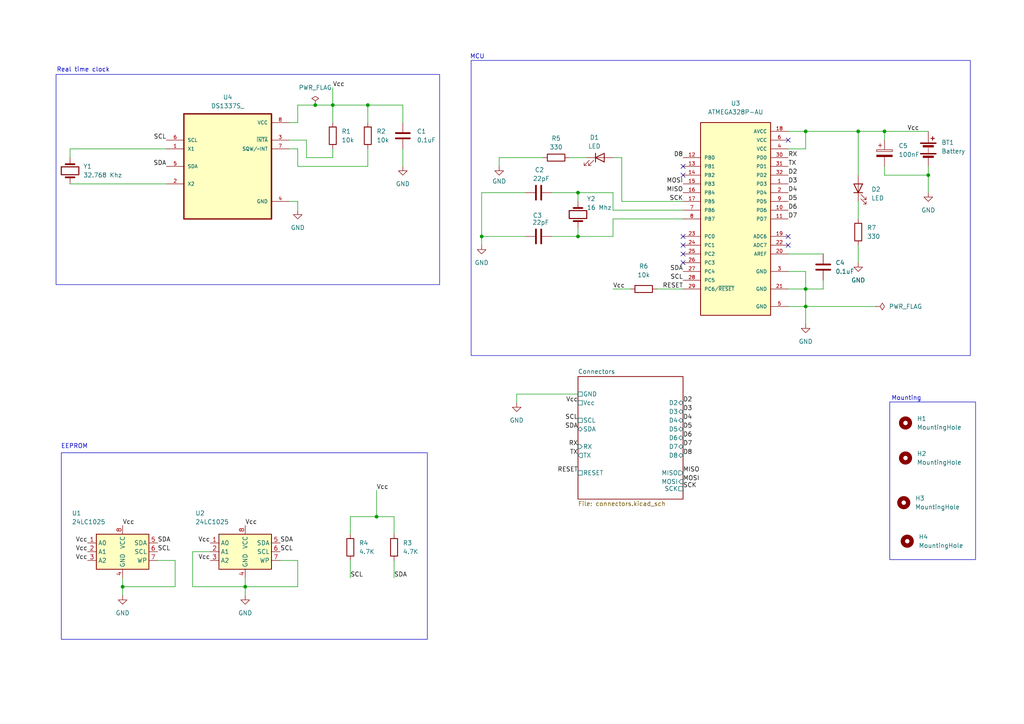
<source format=kicad_sch>
(kicad_sch
	(version 20250114)
	(generator "eeschema")
	(generator_version "9.0")
	(uuid "565bb4a8-ec33-4d25-94ce-d532c556c128")
	(paper "A4")
	(title_block
		(title "MCU Data Logger")
		(date "2025-05-16")
		(rev "1.0")
		(company "Mohammed Said Ouahabi")
	)
	(lib_symbols
		(symbol "ATMEGA328P-AU:ATMEGA328P-AU"
			(pin_names
				(offset 1.016)
			)
			(exclude_from_sim no)
			(in_bom yes)
			(on_board yes)
			(property "Reference" "U3"
				(at 0 33.528 0)
				(effects
					(font
						(size 1.27 1.27)
					)
				)
			)
			(property "Value" "ATMEGA328P-AU"
				(at 0 30.988 0)
				(effects
					(font
						(size 1.27 1.27)
					)
				)
			)
			(property "Footprint" "ATMEGA328P-AU:QFP80P900X900X120-32N"
				(at 0 0 0)
				(effects
					(font
						(size 1.27 1.27)
					)
					(justify bottom)
					(hide yes)
				)
			)
			(property "Datasheet" ""
				(at 0 0 0)
				(effects
					(font
						(size 1.27 1.27)
					)
					(hide yes)
				)
			)
			(property "Description" ""
				(at 0 0 0)
				(effects
					(font
						(size 1.27 1.27)
					)
					(hide yes)
				)
			)
			(property "purpose" ""
				(at 0 0 0)
				(effects
					(font
						(size 1.27 1.27)
					)
				)
			)
			(property "MF" "MICROCHIP TECH."
				(at 0 0 0)
				(effects
					(font
						(size 1.27 1.27)
					)
					(justify bottom)
					(hide yes)
				)
			)
			(property "MAXIMUM_PACKAGE_HEIGHT" "1.20mm"
				(at 0 0 0)
				(effects
					(font
						(size 1.27 1.27)
					)
					(justify bottom)
					(hide yes)
				)
			)
			(property "Package" "TQFP-32 Microchip"
				(at 0 0 0)
				(effects
					(font
						(size 1.27 1.27)
					)
					(justify bottom)
					(hide yes)
				)
			)
			(property "Price" "None"
				(at 0 0 0)
				(effects
					(font
						(size 1.27 1.27)
					)
					(justify bottom)
					(hide yes)
				)
			)
			(property "Check_prices" "https://www.snapeda.com/parts/ATMEGA328P-AU/Microchip/view-part/?ref=eda"
				(at 0 0 0)
				(effects
					(font
						(size 1.27 1.27)
					)
					(justify bottom)
					(hide yes)
				)
			)
			(property "STANDARD" "IPC-7351B"
				(at 0 0 0)
				(effects
					(font
						(size 1.27 1.27)
					)
					(justify bottom)
					(hide yes)
				)
			)
			(property "PARTREV" "8271A"
				(at 0 0 0)
				(effects
					(font
						(size 1.27 1.27)
					)
					(justify bottom)
					(hide yes)
				)
			)
			(property "SnapEDA_Link" "https://www.snapeda.com/parts/ATMEGA328P-AU/Microchip/view-part/?ref=snap"
				(at 0 0 0)
				(effects
					(font
						(size 1.27 1.27)
					)
					(justify bottom)
					(hide yes)
				)
			)
			(property "MP" "ATMEGA328P-AU"
				(at 0 0 0)
				(effects
					(font
						(size 1.27 1.27)
					)
					(justify bottom)
					(hide yes)
				)
			)
			(property "Description_1" "MCU 8-bit - AVR ATmega Family ATmega328 Series Microcontrollers - 20 MHz - 32 KB - 2 KB - 32 Pins."
				(at 0 0 0)
				(effects
					(font
						(size 1.27 1.27)
					)
					(justify bottom)
					(hide yes)
				)
			)
			(property "Availability" "In Stock"
				(at 0 0 0)
				(effects
					(font
						(size 1.27 1.27)
					)
					(justify bottom)
					(hide yes)
				)
			)
			(property "MANUFACTURER" "Microchip"
				(at 0 0 0)
				(effects
					(font
						(size 1.27 1.27)
					)
					(justify bottom)
					(hide yes)
				)
			)
			(symbol "ATMEGA328P-AU_0_0"
				(rectangle
					(start -10.16 -27.94)
					(end 10.16 27.94)
					(stroke
						(width 0.254)
						(type default)
					)
					(fill
						(type background)
					)
				)
				(pin bidirectional line
					(at -15.24 17.78 0)
					(length 5.08)
					(name "PB0"
						(effects
							(font
								(size 1.016 1.016)
							)
						)
					)
					(number "12"
						(effects
							(font
								(size 1.016 1.016)
							)
						)
					)
				)
				(pin bidirectional line
					(at -15.24 15.24 0)
					(length 5.08)
					(name "PB1"
						(effects
							(font
								(size 1.016 1.016)
							)
						)
					)
					(number "13"
						(effects
							(font
								(size 1.016 1.016)
							)
						)
					)
				)
				(pin bidirectional line
					(at -15.24 12.7 0)
					(length 5.08)
					(name "PB2"
						(effects
							(font
								(size 1.016 1.016)
							)
						)
					)
					(number "14"
						(effects
							(font
								(size 1.016 1.016)
							)
						)
					)
				)
				(pin bidirectional line
					(at -15.24 10.16 0)
					(length 5.08)
					(name "PB3"
						(effects
							(font
								(size 1.016 1.016)
							)
						)
					)
					(number "15"
						(effects
							(font
								(size 1.016 1.016)
							)
						)
					)
				)
				(pin bidirectional line
					(at -15.24 7.62 0)
					(length 5.08)
					(name "PB4"
						(effects
							(font
								(size 1.016 1.016)
							)
						)
					)
					(number "16"
						(effects
							(font
								(size 1.016 1.016)
							)
						)
					)
				)
				(pin bidirectional line
					(at -15.24 5.08 0)
					(length 5.08)
					(name "PB5"
						(effects
							(font
								(size 1.016 1.016)
							)
						)
					)
					(number "17"
						(effects
							(font
								(size 1.016 1.016)
							)
						)
					)
				)
				(pin bidirectional line
					(at -15.24 2.54 0)
					(length 5.08)
					(name "PB6"
						(effects
							(font
								(size 1.016 1.016)
							)
						)
					)
					(number "7"
						(effects
							(font
								(size 1.016 1.016)
							)
						)
					)
				)
				(pin bidirectional line
					(at -15.24 0 0)
					(length 5.08)
					(name "PB7"
						(effects
							(font
								(size 1.016 1.016)
							)
						)
					)
					(number "8"
						(effects
							(font
								(size 1.016 1.016)
							)
						)
					)
				)
				(pin bidirectional line
					(at -15.24 -5.08 0)
					(length 5.08)
					(name "PC0"
						(effects
							(font
								(size 1.016 1.016)
							)
						)
					)
					(number "23"
						(effects
							(font
								(size 1.016 1.016)
							)
						)
					)
				)
				(pin bidirectional line
					(at -15.24 -7.62 0)
					(length 5.08)
					(name "PC1"
						(effects
							(font
								(size 1.016 1.016)
							)
						)
					)
					(number "24"
						(effects
							(font
								(size 1.016 1.016)
							)
						)
					)
				)
				(pin bidirectional line
					(at -15.24 -10.16 0)
					(length 5.08)
					(name "PC2"
						(effects
							(font
								(size 1.016 1.016)
							)
						)
					)
					(number "25"
						(effects
							(font
								(size 1.016 1.016)
							)
						)
					)
				)
				(pin bidirectional line
					(at -15.24 -12.7 0)
					(length 5.08)
					(name "PC3"
						(effects
							(font
								(size 1.016 1.016)
							)
						)
					)
					(number "26"
						(effects
							(font
								(size 1.016 1.016)
							)
						)
					)
				)
				(pin bidirectional line
					(at -15.24 -15.24 0)
					(length 5.08)
					(name "PC4"
						(effects
							(font
								(size 1.016 1.016)
							)
						)
					)
					(number "27"
						(effects
							(font
								(size 1.016 1.016)
							)
						)
					)
				)
				(pin bidirectional line
					(at -15.24 -17.78 0)
					(length 5.08)
					(name "PC5"
						(effects
							(font
								(size 1.016 1.016)
							)
						)
					)
					(number "28"
						(effects
							(font
								(size 1.016 1.016)
							)
						)
					)
				)
				(pin bidirectional line
					(at -15.24 -20.32 0)
					(length 5.08)
					(name "PC6/~{RESET}"
						(effects
							(font
								(size 1.016 1.016)
							)
						)
					)
					(number "29"
						(effects
							(font
								(size 1.016 1.016)
							)
						)
					)
				)
				(pin power_in line
					(at 15.24 25.4 180)
					(length 5.08)
					(name "AVCC"
						(effects
							(font
								(size 1.016 1.016)
							)
						)
					)
					(number "18"
						(effects
							(font
								(size 1.016 1.016)
							)
						)
					)
				)
				(pin power_in line
					(at 15.24 22.86 180)
					(length 5.08)
					(name "VCC"
						(effects
							(font
								(size 1.016 1.016)
							)
						)
					)
					(number "6"
						(effects
							(font
								(size 1.016 1.016)
							)
						)
					)
				)
				(pin power_in line
					(at 15.24 20.32 180)
					(length 5.08)
					(name "VCC"
						(effects
							(font
								(size 1.016 1.016)
							)
						)
					)
					(number "4"
						(effects
							(font
								(size 1.016 1.016)
							)
						)
					)
				)
				(pin bidirectional line
					(at 15.24 17.78 180)
					(length 5.08)
					(name "PD0"
						(effects
							(font
								(size 1.016 1.016)
							)
						)
					)
					(number "30"
						(effects
							(font
								(size 1.016 1.016)
							)
						)
					)
				)
				(pin bidirectional line
					(at 15.24 15.24 180)
					(length 5.08)
					(name "PD1"
						(effects
							(font
								(size 1.016 1.016)
							)
						)
					)
					(number "31"
						(effects
							(font
								(size 1.016 1.016)
							)
						)
					)
				)
				(pin bidirectional line
					(at 15.24 12.7 180)
					(length 5.08)
					(name "PD2"
						(effects
							(font
								(size 1.016 1.016)
							)
						)
					)
					(number "32"
						(effects
							(font
								(size 1.016 1.016)
							)
						)
					)
				)
				(pin bidirectional line
					(at 15.24 10.16 180)
					(length 5.08)
					(name "PD3"
						(effects
							(font
								(size 1.016 1.016)
							)
						)
					)
					(number "1"
						(effects
							(font
								(size 1.016 1.016)
							)
						)
					)
				)
				(pin bidirectional line
					(at 15.24 7.62 180)
					(length 5.08)
					(name "PD4"
						(effects
							(font
								(size 1.016 1.016)
							)
						)
					)
					(number "2"
						(effects
							(font
								(size 1.016 1.016)
							)
						)
					)
				)
				(pin bidirectional line
					(at 15.24 5.08 180)
					(length 5.08)
					(name "PD5"
						(effects
							(font
								(size 1.016 1.016)
							)
						)
					)
					(number "9"
						(effects
							(font
								(size 1.016 1.016)
							)
						)
					)
				)
				(pin bidirectional line
					(at 15.24 2.54 180)
					(length 5.08)
					(name "PD6"
						(effects
							(font
								(size 1.016 1.016)
							)
						)
					)
					(number "10"
						(effects
							(font
								(size 1.016 1.016)
							)
						)
					)
				)
				(pin bidirectional line
					(at 15.24 0 180)
					(length 5.08)
					(name "PD7"
						(effects
							(font
								(size 1.016 1.016)
							)
						)
					)
					(number "11"
						(effects
							(font
								(size 1.016 1.016)
							)
						)
					)
				)
				(pin bidirectional line
					(at 15.24 -5.08 180)
					(length 5.08)
					(name "ADC6"
						(effects
							(font
								(size 1.016 1.016)
							)
						)
					)
					(number "19"
						(effects
							(font
								(size 1.016 1.016)
							)
						)
					)
				)
				(pin bidirectional line
					(at 15.24 -7.62 180)
					(length 5.08)
					(name "ADC7"
						(effects
							(font
								(size 1.016 1.016)
							)
						)
					)
					(number "22"
						(effects
							(font
								(size 1.016 1.016)
							)
						)
					)
				)
				(pin input line
					(at 15.24 -10.16 180)
					(length 5.08)
					(name "AREF"
						(effects
							(font
								(size 1.016 1.016)
							)
						)
					)
					(number "20"
						(effects
							(font
								(size 1.016 1.016)
							)
						)
					)
				)
				(pin power_in line
					(at 15.24 -15.24 180)
					(length 5.08)
					(name "GND"
						(effects
							(font
								(size 1.016 1.016)
							)
						)
					)
					(number "3"
						(effects
							(font
								(size 1.016 1.016)
							)
						)
					)
				)
				(pin power_in line
					(at 15.24 -20.32 180)
					(length 5.08)
					(name "GND"
						(effects
							(font
								(size 1.016 1.016)
							)
						)
					)
					(number "21"
						(effects
							(font
								(size 1.016 1.016)
							)
						)
					)
				)
				(pin power_in line
					(at 15.24 -25.4 180)
					(length 5.08)
					(name "GND"
						(effects
							(font
								(size 1.016 1.016)
							)
						)
					)
					(number "5"
						(effects
							(font
								(size 1.016 1.016)
							)
						)
					)
				)
			)
			(embedded_fonts no)
		)
		(symbol "DS1337S_:DS1337S_"
			(pin_names
				(offset 1.016)
			)
			(exclude_from_sim no)
			(in_bom yes)
			(on_board yes)
			(property "Reference" "U"
				(at -12.7 16.24 0)
				(effects
					(font
						(size 1.27 1.27)
					)
					(justify left bottom)
				)
			)
			(property "Value" "DS1337S_"
				(at -12.7 -19.24 0)
				(effects
					(font
						(size 1.27 1.27)
					)
					(justify left bottom)
				)
			)
			(property "Footprint" "DS1337S_:SOIC127P600X175-8N"
				(at 0 0 0)
				(effects
					(font
						(size 1.27 1.27)
					)
					(justify bottom)
					(hide yes)
				)
			)
			(property "Datasheet" ""
				(at 0 0 0)
				(effects
					(font
						(size 1.27 1.27)
					)
					(hide yes)
				)
			)
			(property "Description" ""
				(at 0 0 0)
				(effects
					(font
						(size 1.27 1.27)
					)
					(hide yes)
				)
			)
			(property "MF" "Maxim Integrated Products"
				(at 0 0 0)
				(effects
					(font
						(size 1.27 1.27)
					)
					(justify bottom)
					(hide yes)
				)
			)
			(property "Description_1" "Real Time Clock (RTC) IC Clock/Calendar I2C, 2-Wire Serial 8-SOIC (0.154, 3.90mm Width)"
				(at 0 0 0)
				(effects
					(font
						(size 1.27 1.27)
					)
					(justify bottom)
					(hide yes)
				)
			)
			(property "Package" "SOIC-8 Maxim"
				(at 0 0 0)
				(effects
					(font
						(size 1.27 1.27)
					)
					(justify bottom)
					(hide yes)
				)
			)
			(property "Price" "None"
				(at 0 0 0)
				(effects
					(font
						(size 1.27 1.27)
					)
					(justify bottom)
					(hide yes)
				)
			)
			(property "SnapEDA_Link" "https://www.snapeda.com/parts/DS1337S+/Maxim+Integrated/view-part/?ref=snap"
				(at 0 0 0)
				(effects
					(font
						(size 1.27 1.27)
					)
					(justify bottom)
					(hide yes)
				)
			)
			(property "MP" "DS1337S+"
				(at 0 0 0)
				(effects
					(font
						(size 1.27 1.27)
					)
					(justify bottom)
					(hide yes)
				)
			)
			(property "Availability" "In Stock"
				(at 0 0 0)
				(effects
					(font
						(size 1.27 1.27)
					)
					(justify bottom)
					(hide yes)
				)
			)
			(property "Check_prices" "https://www.snapeda.com/parts/DS1337S+/Maxim+Integrated/view-part/?ref=eda"
				(at 0 0 0)
				(effects
					(font
						(size 1.27 1.27)
					)
					(justify bottom)
					(hide yes)
				)
			)
			(symbol "DS1337S__0_0"
				(rectangle
					(start -12.7 -15.24)
					(end 12.7 15.24)
					(stroke
						(width 0.41)
						(type default)
					)
					(fill
						(type background)
					)
				)
				(pin input line
					(at -17.78 7.62 0)
					(length 5.08)
					(name "SCL"
						(effects
							(font
								(size 1.016 1.016)
							)
						)
					)
					(number "6"
						(effects
							(font
								(size 1.016 1.016)
							)
						)
					)
				)
				(pin input line
					(at -17.78 5.08 0)
					(length 5.08)
					(name "X1"
						(effects
							(font
								(size 1.016 1.016)
							)
						)
					)
					(number "1"
						(effects
							(font
								(size 1.016 1.016)
							)
						)
					)
				)
				(pin bidirectional line
					(at -17.78 0 0)
					(length 5.08)
					(name "SDA"
						(effects
							(font
								(size 1.016 1.016)
							)
						)
					)
					(number "5"
						(effects
							(font
								(size 1.016 1.016)
							)
						)
					)
				)
				(pin bidirectional line
					(at -17.78 -5.08 0)
					(length 5.08)
					(name "X2"
						(effects
							(font
								(size 1.016 1.016)
							)
						)
					)
					(number "2"
						(effects
							(font
								(size 1.016 1.016)
							)
						)
					)
				)
				(pin power_in line
					(at 17.78 12.7 180)
					(length 5.08)
					(name "VCC"
						(effects
							(font
								(size 1.016 1.016)
							)
						)
					)
					(number "8"
						(effects
							(font
								(size 1.016 1.016)
							)
						)
					)
				)
				(pin output line
					(at 17.78 7.62 180)
					(length 5.08)
					(name "~{INTA}"
						(effects
							(font
								(size 1.016 1.016)
							)
						)
					)
					(number "3"
						(effects
							(font
								(size 1.016 1.016)
							)
						)
					)
				)
				(pin output line
					(at 17.78 5.08 180)
					(length 5.08)
					(name "SQW/~INT"
						(effects
							(font
								(size 1.016 1.016)
							)
						)
					)
					(number "7"
						(effects
							(font
								(size 1.016 1.016)
							)
						)
					)
				)
				(pin power_in line
					(at 17.78 -10.16 180)
					(length 5.08)
					(name "GND"
						(effects
							(font
								(size 1.016 1.016)
							)
						)
					)
					(number "4"
						(effects
							(font
								(size 1.016 1.016)
							)
						)
					)
				)
			)
			(embedded_fonts no)
		)
		(symbol "Device:Battery"
			(pin_numbers
				(hide yes)
			)
			(pin_names
				(offset 0)
				(hide yes)
			)
			(exclude_from_sim no)
			(in_bom yes)
			(on_board yes)
			(property "Reference" "BT"
				(at 2.54 2.54 0)
				(effects
					(font
						(size 1.27 1.27)
					)
					(justify left)
				)
			)
			(property "Value" "Battery"
				(at 2.54 0 0)
				(effects
					(font
						(size 1.27 1.27)
					)
					(justify left)
				)
			)
			(property "Footprint" ""
				(at 0 1.524 90)
				(effects
					(font
						(size 1.27 1.27)
					)
					(hide yes)
				)
			)
			(property "Datasheet" "~"
				(at 0 1.524 90)
				(effects
					(font
						(size 1.27 1.27)
					)
					(hide yes)
				)
			)
			(property "Description" "Multiple-cell battery"
				(at 0 0 0)
				(effects
					(font
						(size 1.27 1.27)
					)
					(hide yes)
				)
			)
			(property "ki_keywords" "batt voltage-source cell"
				(at 0 0 0)
				(effects
					(font
						(size 1.27 1.27)
					)
					(hide yes)
				)
			)
			(symbol "Battery_0_1"
				(rectangle
					(start -2.286 1.778)
					(end 2.286 1.524)
					(stroke
						(width 0)
						(type default)
					)
					(fill
						(type outline)
					)
				)
				(rectangle
					(start -2.286 -1.27)
					(end 2.286 -1.524)
					(stroke
						(width 0)
						(type default)
					)
					(fill
						(type outline)
					)
				)
				(rectangle
					(start -1.524 1.016)
					(end 1.524 0.508)
					(stroke
						(width 0)
						(type default)
					)
					(fill
						(type outline)
					)
				)
				(rectangle
					(start -1.524 -2.032)
					(end 1.524 -2.54)
					(stroke
						(width 0)
						(type default)
					)
					(fill
						(type outline)
					)
				)
				(polyline
					(pts
						(xy 0 1.778) (xy 0 2.54)
					)
					(stroke
						(width 0)
						(type default)
					)
					(fill
						(type none)
					)
				)
				(polyline
					(pts
						(xy 0 0) (xy 0 0.254)
					)
					(stroke
						(width 0)
						(type default)
					)
					(fill
						(type none)
					)
				)
				(polyline
					(pts
						(xy 0 -0.508) (xy 0 -0.254)
					)
					(stroke
						(width 0)
						(type default)
					)
					(fill
						(type none)
					)
				)
				(polyline
					(pts
						(xy 0 -1.016) (xy 0 -0.762)
					)
					(stroke
						(width 0)
						(type default)
					)
					(fill
						(type none)
					)
				)
				(polyline
					(pts
						(xy 0.762 3.048) (xy 1.778 3.048)
					)
					(stroke
						(width 0.254)
						(type default)
					)
					(fill
						(type none)
					)
				)
				(polyline
					(pts
						(xy 1.27 3.556) (xy 1.27 2.54)
					)
					(stroke
						(width 0.254)
						(type default)
					)
					(fill
						(type none)
					)
				)
			)
			(symbol "Battery_1_1"
				(pin passive line
					(at 0 5.08 270)
					(length 2.54)
					(name "+"
						(effects
							(font
								(size 1.27 1.27)
							)
						)
					)
					(number "1"
						(effects
							(font
								(size 1.27 1.27)
							)
						)
					)
				)
				(pin passive line
					(at 0 -5.08 90)
					(length 2.54)
					(name "-"
						(effects
							(font
								(size 1.27 1.27)
							)
						)
					)
					(number "2"
						(effects
							(font
								(size 1.27 1.27)
							)
						)
					)
				)
			)
			(embedded_fonts no)
		)
		(symbol "Device:C"
			(pin_numbers
				(hide yes)
			)
			(pin_names
				(offset 0.254)
			)
			(exclude_from_sim no)
			(in_bom yes)
			(on_board yes)
			(property "Reference" "C"
				(at 0.635 2.54 0)
				(effects
					(font
						(size 1.27 1.27)
					)
					(justify left)
				)
			)
			(property "Value" "C"
				(at 0.635 -2.54 0)
				(effects
					(font
						(size 1.27 1.27)
					)
					(justify left)
				)
			)
			(property "Footprint" ""
				(at 0.9652 -3.81 0)
				(effects
					(font
						(size 1.27 1.27)
					)
					(hide yes)
				)
			)
			(property "Datasheet" "~"
				(at 0 0 0)
				(effects
					(font
						(size 1.27 1.27)
					)
					(hide yes)
				)
			)
			(property "Description" "Unpolarized capacitor"
				(at 0 0 0)
				(effects
					(font
						(size 1.27 1.27)
					)
					(hide yes)
				)
			)
			(property "ki_keywords" "cap capacitor"
				(at 0 0 0)
				(effects
					(font
						(size 1.27 1.27)
					)
					(hide yes)
				)
			)
			(property "ki_fp_filters" "C_*"
				(at 0 0 0)
				(effects
					(font
						(size 1.27 1.27)
					)
					(hide yes)
				)
			)
			(symbol "C_0_1"
				(polyline
					(pts
						(xy -2.032 0.762) (xy 2.032 0.762)
					)
					(stroke
						(width 0.508)
						(type default)
					)
					(fill
						(type none)
					)
				)
				(polyline
					(pts
						(xy -2.032 -0.762) (xy 2.032 -0.762)
					)
					(stroke
						(width 0.508)
						(type default)
					)
					(fill
						(type none)
					)
				)
			)
			(symbol "C_1_1"
				(pin passive line
					(at 0 3.81 270)
					(length 2.794)
					(name "~"
						(effects
							(font
								(size 1.27 1.27)
							)
						)
					)
					(number "1"
						(effects
							(font
								(size 1.27 1.27)
							)
						)
					)
				)
				(pin passive line
					(at 0 -3.81 90)
					(length 2.794)
					(name "~"
						(effects
							(font
								(size 1.27 1.27)
							)
						)
					)
					(number "2"
						(effects
							(font
								(size 1.27 1.27)
							)
						)
					)
				)
			)
			(embedded_fonts no)
		)
		(symbol "Device:C_Polarized"
			(pin_numbers
				(hide yes)
			)
			(pin_names
				(offset 0.254)
			)
			(exclude_from_sim no)
			(in_bom yes)
			(on_board yes)
			(property "Reference" "C"
				(at 0.635 2.54 0)
				(effects
					(font
						(size 1.27 1.27)
					)
					(justify left)
				)
			)
			(property "Value" "C_Polarized"
				(at 0.635 -2.54 0)
				(effects
					(font
						(size 1.27 1.27)
					)
					(justify left)
				)
			)
			(property "Footprint" ""
				(at 0.9652 -3.81 0)
				(effects
					(font
						(size 1.27 1.27)
					)
					(hide yes)
				)
			)
			(property "Datasheet" "~"
				(at 0 0 0)
				(effects
					(font
						(size 1.27 1.27)
					)
					(hide yes)
				)
			)
			(property "Description" "Polarized capacitor"
				(at 0 0 0)
				(effects
					(font
						(size 1.27 1.27)
					)
					(hide yes)
				)
			)
			(property "ki_keywords" "cap capacitor"
				(at 0 0 0)
				(effects
					(font
						(size 1.27 1.27)
					)
					(hide yes)
				)
			)
			(property "ki_fp_filters" "CP_*"
				(at 0 0 0)
				(effects
					(font
						(size 1.27 1.27)
					)
					(hide yes)
				)
			)
			(symbol "C_Polarized_0_1"
				(rectangle
					(start -2.286 0.508)
					(end 2.286 1.016)
					(stroke
						(width 0)
						(type default)
					)
					(fill
						(type none)
					)
				)
				(polyline
					(pts
						(xy -1.778 2.286) (xy -0.762 2.286)
					)
					(stroke
						(width 0)
						(type default)
					)
					(fill
						(type none)
					)
				)
				(polyline
					(pts
						(xy -1.27 2.794) (xy -1.27 1.778)
					)
					(stroke
						(width 0)
						(type default)
					)
					(fill
						(type none)
					)
				)
				(rectangle
					(start 2.286 -0.508)
					(end -2.286 -1.016)
					(stroke
						(width 0)
						(type default)
					)
					(fill
						(type outline)
					)
				)
			)
			(symbol "C_Polarized_1_1"
				(pin passive line
					(at 0 3.81 270)
					(length 2.794)
					(name "~"
						(effects
							(font
								(size 1.27 1.27)
							)
						)
					)
					(number "1"
						(effects
							(font
								(size 1.27 1.27)
							)
						)
					)
				)
				(pin passive line
					(at 0 -3.81 90)
					(length 2.794)
					(name "~"
						(effects
							(font
								(size 1.27 1.27)
							)
						)
					)
					(number "2"
						(effects
							(font
								(size 1.27 1.27)
							)
						)
					)
				)
			)
			(embedded_fonts no)
		)
		(symbol "Device:Crystal"
			(pin_numbers
				(hide yes)
			)
			(pin_names
				(offset 1.016)
				(hide yes)
			)
			(exclude_from_sim no)
			(in_bom yes)
			(on_board yes)
			(property "Reference" "Y"
				(at 0 3.81 0)
				(effects
					(font
						(size 1.27 1.27)
					)
				)
			)
			(property "Value" "Crystal"
				(at 0 -3.81 0)
				(effects
					(font
						(size 1.27 1.27)
					)
				)
			)
			(property "Footprint" ""
				(at 0 0 0)
				(effects
					(font
						(size 1.27 1.27)
					)
					(hide yes)
				)
			)
			(property "Datasheet" "~"
				(at 0 0 0)
				(effects
					(font
						(size 1.27 1.27)
					)
					(hide yes)
				)
			)
			(property "Description" "Two pin crystal"
				(at 0 0 0)
				(effects
					(font
						(size 1.27 1.27)
					)
					(hide yes)
				)
			)
			(property "ki_keywords" "quartz ceramic resonator oscillator"
				(at 0 0 0)
				(effects
					(font
						(size 1.27 1.27)
					)
					(hide yes)
				)
			)
			(property "ki_fp_filters" "Crystal*"
				(at 0 0 0)
				(effects
					(font
						(size 1.27 1.27)
					)
					(hide yes)
				)
			)
			(symbol "Crystal_0_1"
				(polyline
					(pts
						(xy -2.54 0) (xy -1.905 0)
					)
					(stroke
						(width 0)
						(type default)
					)
					(fill
						(type none)
					)
				)
				(polyline
					(pts
						(xy -1.905 -1.27) (xy -1.905 1.27)
					)
					(stroke
						(width 0.508)
						(type default)
					)
					(fill
						(type none)
					)
				)
				(rectangle
					(start -1.143 2.54)
					(end 1.143 -2.54)
					(stroke
						(width 0.3048)
						(type default)
					)
					(fill
						(type none)
					)
				)
				(polyline
					(pts
						(xy 1.905 -1.27) (xy 1.905 1.27)
					)
					(stroke
						(width 0.508)
						(type default)
					)
					(fill
						(type none)
					)
				)
				(polyline
					(pts
						(xy 2.54 0) (xy 1.905 0)
					)
					(stroke
						(width 0)
						(type default)
					)
					(fill
						(type none)
					)
				)
			)
			(symbol "Crystal_1_1"
				(pin passive line
					(at -3.81 0 0)
					(length 1.27)
					(name "1"
						(effects
							(font
								(size 1.27 1.27)
							)
						)
					)
					(number "1"
						(effects
							(font
								(size 1.27 1.27)
							)
						)
					)
				)
				(pin passive line
					(at 3.81 0 180)
					(length 1.27)
					(name "2"
						(effects
							(font
								(size 1.27 1.27)
							)
						)
					)
					(number "2"
						(effects
							(font
								(size 1.27 1.27)
							)
						)
					)
				)
			)
			(embedded_fonts no)
		)
		(symbol "Device:LED"
			(pin_numbers
				(hide yes)
			)
			(pin_names
				(offset 1.016)
				(hide yes)
			)
			(exclude_from_sim no)
			(in_bom yes)
			(on_board yes)
			(property "Reference" "D"
				(at 0 2.54 0)
				(effects
					(font
						(size 1.27 1.27)
					)
				)
			)
			(property "Value" "LED"
				(at 0 -2.54 0)
				(effects
					(font
						(size 1.27 1.27)
					)
				)
			)
			(property "Footprint" ""
				(at 0 0 0)
				(effects
					(font
						(size 1.27 1.27)
					)
					(hide yes)
				)
			)
			(property "Datasheet" "~"
				(at 0 0 0)
				(effects
					(font
						(size 1.27 1.27)
					)
					(hide yes)
				)
			)
			(property "Description" "Light emitting diode"
				(at 0 0 0)
				(effects
					(font
						(size 1.27 1.27)
					)
					(hide yes)
				)
			)
			(property "Sim.Pins" "1=K 2=A"
				(at 0 0 0)
				(effects
					(font
						(size 1.27 1.27)
					)
					(hide yes)
				)
			)
			(property "ki_keywords" "LED diode"
				(at 0 0 0)
				(effects
					(font
						(size 1.27 1.27)
					)
					(hide yes)
				)
			)
			(property "ki_fp_filters" "LED* LED_SMD:* LED_THT:*"
				(at 0 0 0)
				(effects
					(font
						(size 1.27 1.27)
					)
					(hide yes)
				)
			)
			(symbol "LED_0_1"
				(polyline
					(pts
						(xy -3.048 -0.762) (xy -4.572 -2.286) (xy -3.81 -2.286) (xy -4.572 -2.286) (xy -4.572 -1.524)
					)
					(stroke
						(width 0)
						(type default)
					)
					(fill
						(type none)
					)
				)
				(polyline
					(pts
						(xy -1.778 -0.762) (xy -3.302 -2.286) (xy -2.54 -2.286) (xy -3.302 -2.286) (xy -3.302 -1.524)
					)
					(stroke
						(width 0)
						(type default)
					)
					(fill
						(type none)
					)
				)
				(polyline
					(pts
						(xy -1.27 0) (xy 1.27 0)
					)
					(stroke
						(width 0)
						(type default)
					)
					(fill
						(type none)
					)
				)
				(polyline
					(pts
						(xy -1.27 -1.27) (xy -1.27 1.27)
					)
					(stroke
						(width 0.254)
						(type default)
					)
					(fill
						(type none)
					)
				)
				(polyline
					(pts
						(xy 1.27 -1.27) (xy 1.27 1.27) (xy -1.27 0) (xy 1.27 -1.27)
					)
					(stroke
						(width 0.254)
						(type default)
					)
					(fill
						(type none)
					)
				)
			)
			(symbol "LED_1_1"
				(pin passive line
					(at -3.81 0 0)
					(length 2.54)
					(name "K"
						(effects
							(font
								(size 1.27 1.27)
							)
						)
					)
					(number "1"
						(effects
							(font
								(size 1.27 1.27)
							)
						)
					)
				)
				(pin passive line
					(at 3.81 0 180)
					(length 2.54)
					(name "A"
						(effects
							(font
								(size 1.27 1.27)
							)
						)
					)
					(number "2"
						(effects
							(font
								(size 1.27 1.27)
							)
						)
					)
				)
			)
			(embedded_fonts no)
		)
		(symbol "Device:R"
			(pin_numbers
				(hide yes)
			)
			(pin_names
				(offset 0)
			)
			(exclude_from_sim no)
			(in_bom yes)
			(on_board yes)
			(property "Reference" "R"
				(at 2.032 0 90)
				(effects
					(font
						(size 1.27 1.27)
					)
				)
			)
			(property "Value" "R"
				(at 0 0 90)
				(effects
					(font
						(size 1.27 1.27)
					)
				)
			)
			(property "Footprint" ""
				(at -1.778 0 90)
				(effects
					(font
						(size 1.27 1.27)
					)
					(hide yes)
				)
			)
			(property "Datasheet" "~"
				(at 0 0 0)
				(effects
					(font
						(size 1.27 1.27)
					)
					(hide yes)
				)
			)
			(property "Description" "Resistor"
				(at 0 0 0)
				(effects
					(font
						(size 1.27 1.27)
					)
					(hide yes)
				)
			)
			(property "ki_keywords" "R res resistor"
				(at 0 0 0)
				(effects
					(font
						(size 1.27 1.27)
					)
					(hide yes)
				)
			)
			(property "ki_fp_filters" "R_*"
				(at 0 0 0)
				(effects
					(font
						(size 1.27 1.27)
					)
					(hide yes)
				)
			)
			(symbol "R_0_1"
				(rectangle
					(start -1.016 -2.54)
					(end 1.016 2.54)
					(stroke
						(width 0.254)
						(type default)
					)
					(fill
						(type none)
					)
				)
			)
			(symbol "R_1_1"
				(pin passive line
					(at 0 3.81 270)
					(length 1.27)
					(name "~"
						(effects
							(font
								(size 1.27 1.27)
							)
						)
					)
					(number "1"
						(effects
							(font
								(size 1.27 1.27)
							)
						)
					)
				)
				(pin passive line
					(at 0 -3.81 90)
					(length 1.27)
					(name "~"
						(effects
							(font
								(size 1.27 1.27)
							)
						)
					)
					(number "2"
						(effects
							(font
								(size 1.27 1.27)
							)
						)
					)
				)
			)
			(embedded_fonts no)
		)
		(symbol "Mechanical:MountingHole"
			(pin_names
				(offset 1.016)
			)
			(exclude_from_sim no)
			(in_bom no)
			(on_board yes)
			(property "Reference" "H"
				(at 0 5.08 0)
				(effects
					(font
						(size 1.27 1.27)
					)
				)
			)
			(property "Value" "MountingHole"
				(at 0 3.175 0)
				(effects
					(font
						(size 1.27 1.27)
					)
				)
			)
			(property "Footprint" ""
				(at 0 0 0)
				(effects
					(font
						(size 1.27 1.27)
					)
					(hide yes)
				)
			)
			(property "Datasheet" "~"
				(at 0 0 0)
				(effects
					(font
						(size 1.27 1.27)
					)
					(hide yes)
				)
			)
			(property "Description" "Mounting Hole without connection"
				(at 0 0 0)
				(effects
					(font
						(size 1.27 1.27)
					)
					(hide yes)
				)
			)
			(property "ki_keywords" "mounting hole"
				(at 0 0 0)
				(effects
					(font
						(size 1.27 1.27)
					)
					(hide yes)
				)
			)
			(property "ki_fp_filters" "MountingHole*"
				(at 0 0 0)
				(effects
					(font
						(size 1.27 1.27)
					)
					(hide yes)
				)
			)
			(symbol "MountingHole_0_1"
				(circle
					(center 0 0)
					(radius 1.27)
					(stroke
						(width 1.27)
						(type default)
					)
					(fill
						(type none)
					)
				)
			)
			(embedded_fonts no)
		)
		(symbol "Memory_EEPROM:24LC1025"
			(exclude_from_sim no)
			(in_bom yes)
			(on_board yes)
			(property "Reference" "U"
				(at -6.35 6.35 0)
				(effects
					(font
						(size 1.27 1.27)
					)
				)
			)
			(property "Value" "24LC1025"
				(at 1.27 6.35 0)
				(effects
					(font
						(size 1.27 1.27)
					)
					(justify left)
				)
			)
			(property "Footprint" ""
				(at 0 0 0)
				(effects
					(font
						(size 1.27 1.27)
					)
					(hide yes)
				)
			)
			(property "Datasheet" "http://ww1.microchip.com/downloads/en/DeviceDoc/21941B.pdf"
				(at 0 0 0)
				(effects
					(font
						(size 1.27 1.27)
					)
					(hide yes)
				)
			)
			(property "Description" "I2C Serial EEPROM, 1024Kb, DIP-8/SOIC-8/TSSOP-8/DFN-8"
				(at 0 0 0)
				(effects
					(font
						(size 1.27 1.27)
					)
					(hide yes)
				)
			)
			(property "ki_keywords" "I2C Serial EEPROM"
				(at 0 0 0)
				(effects
					(font
						(size 1.27 1.27)
					)
					(hide yes)
				)
			)
			(property "ki_fp_filters" "DIP*W7.62mm* SOIC*3.9x4.9mm* TSSOP*4.4x3mm*P0.65mm* DFN*3x2mm*P0.5mm*"
				(at 0 0 0)
				(effects
					(font
						(size 1.27 1.27)
					)
					(hide yes)
				)
			)
			(symbol "24LC1025_1_1"
				(rectangle
					(start -7.62 5.08)
					(end 7.62 -5.08)
					(stroke
						(width 0.254)
						(type default)
					)
					(fill
						(type background)
					)
				)
				(pin input line
					(at -10.16 2.54 0)
					(length 2.54)
					(name "A0"
						(effects
							(font
								(size 1.27 1.27)
							)
						)
					)
					(number "1"
						(effects
							(font
								(size 1.27 1.27)
							)
						)
					)
				)
				(pin input line
					(at -10.16 0 0)
					(length 2.54)
					(name "A1"
						(effects
							(font
								(size 1.27 1.27)
							)
						)
					)
					(number "2"
						(effects
							(font
								(size 1.27 1.27)
							)
						)
					)
				)
				(pin input line
					(at -10.16 -2.54 0)
					(length 2.54)
					(name "A2"
						(effects
							(font
								(size 1.27 1.27)
							)
						)
					)
					(number "3"
						(effects
							(font
								(size 1.27 1.27)
							)
						)
					)
				)
				(pin power_in line
					(at 0 7.62 270)
					(length 2.54)
					(name "VCC"
						(effects
							(font
								(size 1.27 1.27)
							)
						)
					)
					(number "8"
						(effects
							(font
								(size 1.27 1.27)
							)
						)
					)
				)
				(pin power_in line
					(at 0 -7.62 90)
					(length 2.54)
					(name "GND"
						(effects
							(font
								(size 1.27 1.27)
							)
						)
					)
					(number "4"
						(effects
							(font
								(size 1.27 1.27)
							)
						)
					)
				)
				(pin bidirectional line
					(at 10.16 2.54 180)
					(length 2.54)
					(name "SDA"
						(effects
							(font
								(size 1.27 1.27)
							)
						)
					)
					(number "5"
						(effects
							(font
								(size 1.27 1.27)
							)
						)
					)
				)
				(pin input line
					(at 10.16 0 180)
					(length 2.54)
					(name "SCL"
						(effects
							(font
								(size 1.27 1.27)
							)
						)
					)
					(number "6"
						(effects
							(font
								(size 1.27 1.27)
							)
						)
					)
				)
				(pin input line
					(at 10.16 -2.54 180)
					(length 2.54)
					(name "WP"
						(effects
							(font
								(size 1.27 1.27)
							)
						)
					)
					(number "7"
						(effects
							(font
								(size 1.27 1.27)
							)
						)
					)
				)
			)
			(embedded_fonts no)
		)
		(symbol "power:GND"
			(power)
			(pin_numbers
				(hide yes)
			)
			(pin_names
				(offset 0)
				(hide yes)
			)
			(exclude_from_sim no)
			(in_bom yes)
			(on_board yes)
			(property "Reference" "#PWR"
				(at 0 -6.35 0)
				(effects
					(font
						(size 1.27 1.27)
					)
					(hide yes)
				)
			)
			(property "Value" "GND"
				(at 0 -3.81 0)
				(effects
					(font
						(size 1.27 1.27)
					)
				)
			)
			(property "Footprint" ""
				(at 0 0 0)
				(effects
					(font
						(size 1.27 1.27)
					)
					(hide yes)
				)
			)
			(property "Datasheet" ""
				(at 0 0 0)
				(effects
					(font
						(size 1.27 1.27)
					)
					(hide yes)
				)
			)
			(property "Description" "Power symbol creates a global label with name \"GND\" , ground"
				(at 0 0 0)
				(effects
					(font
						(size 1.27 1.27)
					)
					(hide yes)
				)
			)
			(property "ki_keywords" "global power"
				(at 0 0 0)
				(effects
					(font
						(size 1.27 1.27)
					)
					(hide yes)
				)
			)
			(symbol "GND_0_1"
				(polyline
					(pts
						(xy 0 0) (xy 0 -1.27) (xy 1.27 -1.27) (xy 0 -2.54) (xy -1.27 -1.27) (xy 0 -1.27)
					)
					(stroke
						(width 0)
						(type default)
					)
					(fill
						(type none)
					)
				)
			)
			(symbol "GND_1_1"
				(pin power_in line
					(at 0 0 270)
					(length 0)
					(name "~"
						(effects
							(font
								(size 1.27 1.27)
							)
						)
					)
					(number "1"
						(effects
							(font
								(size 1.27 1.27)
							)
						)
					)
				)
			)
			(embedded_fonts no)
		)
		(symbol "power:PWR_FLAG"
			(power)
			(pin_numbers
				(hide yes)
			)
			(pin_names
				(offset 0)
				(hide yes)
			)
			(exclude_from_sim no)
			(in_bom yes)
			(on_board yes)
			(property "Reference" "#FLG"
				(at 0 1.905 0)
				(effects
					(font
						(size 1.27 1.27)
					)
					(hide yes)
				)
			)
			(property "Value" "PWR_FLAG"
				(at 0 3.81 0)
				(effects
					(font
						(size 1.27 1.27)
					)
				)
			)
			(property "Footprint" ""
				(at 0 0 0)
				(effects
					(font
						(size 1.27 1.27)
					)
					(hide yes)
				)
			)
			(property "Datasheet" "~"
				(at 0 0 0)
				(effects
					(font
						(size 1.27 1.27)
					)
					(hide yes)
				)
			)
			(property "Description" "Special symbol for telling ERC where power comes from"
				(at 0 0 0)
				(effects
					(font
						(size 1.27 1.27)
					)
					(hide yes)
				)
			)
			(property "ki_keywords" "flag power"
				(at 0 0 0)
				(effects
					(font
						(size 1.27 1.27)
					)
					(hide yes)
				)
			)
			(symbol "PWR_FLAG_0_0"
				(pin power_out line
					(at 0 0 90)
					(length 0)
					(name "~"
						(effects
							(font
								(size 1.27 1.27)
							)
						)
					)
					(number "1"
						(effects
							(font
								(size 1.27 1.27)
							)
						)
					)
				)
			)
			(symbol "PWR_FLAG_0_1"
				(polyline
					(pts
						(xy 0 0) (xy 0 1.27) (xy -1.016 1.905) (xy 0 2.54) (xy 1.016 1.905) (xy 0 1.27)
					)
					(stroke
						(width 0)
						(type default)
					)
					(fill
						(type none)
					)
				)
			)
			(embedded_fonts no)
		)
	)
	(rectangle
		(start 16.256 21.59)
		(end 127.508 82.55)
		(stroke
			(width 0)
			(type default)
		)
		(fill
			(type none)
		)
		(uuid 629928ad-29ce-4d27-aa9c-0bca7db0c676)
	)
	(rectangle
		(start 17.78 131.318)
		(end 123.952 185.42)
		(stroke
			(width 0)
			(type default)
		)
		(fill
			(type none)
		)
		(uuid 92f686d0-38f7-4d95-8e6a-835b90f7c409)
	)
	(rectangle
		(start 136.652 17.526)
		(end 281.432 103.124)
		(stroke
			(width 0)
			(type default)
		)
		(fill
			(type none)
		)
		(uuid a4dc68ce-9651-48ff-b67a-90d20378909e)
	)
	(rectangle
		(start 258.064 116.586)
		(end 282.956 162.306)
		(stroke
			(width 0)
			(type default)
		)
		(fill
			(type none)
		)
		(uuid c5136dad-8acb-42ea-8f37-c9315c942c7b)
	)
	(text "Real time clock\n"
		(exclude_from_sim no)
		(at 24.13 20.32 0)
		(effects
			(font
				(size 1.27 1.27)
			)
		)
		(uuid "741bdf58-3633-44e4-bd42-0c2685072c43")
	)
	(text "MCU\n"
		(exclude_from_sim no)
		(at 138.43 16.51 0)
		(effects
			(font
				(size 1.27 1.27)
			)
		)
		(uuid "90463a78-fd17-4cfa-9991-9e29d2903f7f")
	)
	(text "EEPROM"
		(exclude_from_sim no)
		(at 21.59 129.54 0)
		(effects
			(font
				(size 1.27 1.27)
			)
		)
		(uuid "ba22e927-48a4-42e0-8f50-a1a0e80e6c3a")
	)
	(text "Mounting\n"
		(exclude_from_sim no)
		(at 262.89 115.57 0)
		(effects
			(font
				(size 1.27 1.27)
			)
		)
		(uuid "c50a87fb-3153-4f42-b7be-37600a02e0ad")
	)
	(junction
		(at 269.24 50.8)
		(diameter 0)
		(color 0 0 0 0)
		(uuid "00aed1e1-24e5-41e7-9229-c1d8cca91745")
	)
	(junction
		(at 139.7 68.58)
		(diameter 0)
		(color 0 0 0 0)
		(uuid "0513c8a8-5077-4a92-b046-6922729d507e")
	)
	(junction
		(at 233.68 38.1)
		(diameter 0)
		(color 0 0 0 0)
		(uuid "21dd4919-cf5d-43d7-b93e-bfd6552b8fd8")
	)
	(junction
		(at 167.64 68.58)
		(diameter 0)
		(color 0 0 0 0)
		(uuid "3cf9cf1a-9388-4600-b3f9-d11ddcd37393")
	)
	(junction
		(at 91.44 30.48)
		(diameter 0)
		(color 0 0 0 0)
		(uuid "755fd718-3d13-4aa2-a98a-0b01aa87e35c")
	)
	(junction
		(at 96.52 30.48)
		(diameter 0)
		(color 0 0 0 0)
		(uuid "90ba73c1-d0d4-4472-8ad7-457676c8743a")
	)
	(junction
		(at 248.92 38.1)
		(diameter 0)
		(color 0 0 0 0)
		(uuid "a6d09d5a-700a-4ad9-b4d8-760bd9557c91")
	)
	(junction
		(at 256.54 38.1)
		(diameter 0)
		(color 0 0 0 0)
		(uuid "b40731b6-3b27-4e49-a39c-49f769c75909")
	)
	(junction
		(at 109.22 149.86)
		(diameter 0)
		(color 0 0 0 0)
		(uuid "d385ff8d-45e8-4264-bdc0-b193e595aa88")
	)
	(junction
		(at 71.12 170.18)
		(diameter 0)
		(color 0 0 0 0)
		(uuid "d779827b-a8e0-412e-bc8a-ae524776bc35")
	)
	(junction
		(at 106.68 30.48)
		(diameter 0)
		(color 0 0 0 0)
		(uuid "dd7dac1a-096e-4b0d-80e5-2d131d035fd5")
	)
	(junction
		(at 35.56 170.18)
		(diameter 0)
		(color 0 0 0 0)
		(uuid "df5ed4d1-8fe3-47b3-a79b-711c1a83f682")
	)
	(junction
		(at 167.64 55.88)
		(diameter 0)
		(color 0 0 0 0)
		(uuid "e8668ff2-9534-4a97-aa5e-49592187ddd6")
	)
	(junction
		(at 233.68 83.82)
		(diameter 0)
		(color 0 0 0 0)
		(uuid "eca38e86-bbb0-40e5-b83a-5d862b013cfd")
	)
	(junction
		(at 233.68 88.9)
		(diameter 0)
		(color 0 0 0 0)
		(uuid "ee1cd642-978d-496e-ab5b-41e24c43f3f6")
	)
	(no_connect
		(at 198.12 76.2)
		(uuid "0a92056a-35af-457d-863b-8a13bff904cd")
	)
	(no_connect
		(at 228.6 71.12)
		(uuid "19e19d10-41a6-4e6c-b5cf-42da86fb8680")
	)
	(no_connect
		(at 228.6 68.58)
		(uuid "3c30b4ba-b344-44d2-8ad4-67d284236007")
	)
	(no_connect
		(at 228.6 40.64)
		(uuid "4288d16a-bde9-42bd-94ce-c87bf42b2187")
	)
	(no_connect
		(at 198.12 73.66)
		(uuid "6cea6f25-ff0e-4b9e-9db7-22b269322a4b")
	)
	(no_connect
		(at 198.12 71.12)
		(uuid "78b38d1f-2c5a-454e-bc9c-e3f6acacb9be")
	)
	(no_connect
		(at 198.12 48.26)
		(uuid "8746ae4a-038f-4744-8044-ecd0fa6bfb6f")
	)
	(no_connect
		(at 198.12 68.58)
		(uuid "bd727dbb-8508-4a2c-81fb-12ed1cbc9c3b")
	)
	(no_connect
		(at 198.12 50.8)
		(uuid "e9aceb38-1c1d-45b4-bd42-da647d69abc9")
	)
	(wire
		(pts
			(xy 198.12 63.5) (xy 177.8 63.5)
		)
		(stroke
			(width 0)
			(type default)
		)
		(uuid "0319e3f9-ce74-4f5e-8270-06607a600cba")
	)
	(wire
		(pts
			(xy 167.64 55.88) (xy 167.64 58.42)
		)
		(stroke
			(width 0)
			(type default)
		)
		(uuid "0352240b-9d68-4157-9bea-15cd05c2735a")
	)
	(wire
		(pts
			(xy 152.4 55.88) (xy 139.7 55.88)
		)
		(stroke
			(width 0)
			(type default)
		)
		(uuid "04115987-0d4b-43f5-884a-7f50dbd39361")
	)
	(wire
		(pts
			(xy 96.52 25.4) (xy 96.52 30.48)
		)
		(stroke
			(width 0)
			(type default)
		)
		(uuid "06a38c69-9f72-42b8-85b6-40b4487fefdf")
	)
	(wire
		(pts
			(xy 35.56 170.18) (xy 35.56 172.72)
		)
		(stroke
			(width 0)
			(type default)
		)
		(uuid "07b33159-8aa2-416b-8e71-b4d741fe0b9a")
	)
	(wire
		(pts
			(xy 86.36 30.48) (xy 91.44 30.48)
		)
		(stroke
			(width 0)
			(type default)
		)
		(uuid "0e885077-1a32-46c2-b38e-545e5ef62395")
	)
	(wire
		(pts
			(xy 256.54 50.8) (xy 269.24 50.8)
		)
		(stroke
			(width 0)
			(type default)
		)
		(uuid "0ea5a9d7-69f6-4acb-a77b-9f194f6e73d8")
	)
	(wire
		(pts
			(xy 228.6 83.82) (xy 233.68 83.82)
		)
		(stroke
			(width 0)
			(type default)
		)
		(uuid "1011e520-cc3a-4c5f-ab2f-35b75297e978")
	)
	(wire
		(pts
			(xy 256.54 48.26) (xy 256.54 50.8)
		)
		(stroke
			(width 0)
			(type default)
		)
		(uuid "1d56df30-e435-4820-9a01-4db6c97ed18c")
	)
	(wire
		(pts
			(xy 180.34 45.72) (xy 177.8 45.72)
		)
		(stroke
			(width 0)
			(type default)
		)
		(uuid "20813085-71c8-42d9-a9ee-ae69bd158902")
	)
	(wire
		(pts
			(xy 55.88 160.02) (xy 55.88 170.18)
		)
		(stroke
			(width 0)
			(type default)
		)
		(uuid "217cce79-3f00-4262-b190-f6690af69a56")
	)
	(wire
		(pts
			(xy 248.92 58.42) (xy 248.92 63.5)
		)
		(stroke
			(width 0)
			(type default)
		)
		(uuid "24554c90-36ca-4849-8a07-18a827a6f67a")
	)
	(wire
		(pts
			(xy 88.9 40.64) (xy 88.9 45.72)
		)
		(stroke
			(width 0)
			(type default)
		)
		(uuid "2714c035-6df9-4f01-adb3-9c0ffedb0bbc")
	)
	(wire
		(pts
			(xy 83.82 35.56) (xy 86.36 35.56)
		)
		(stroke
			(width 0)
			(type default)
		)
		(uuid "279ceb5c-617d-402a-8f90-71c54be921e1")
	)
	(wire
		(pts
			(xy 238.76 83.82) (xy 233.68 83.82)
		)
		(stroke
			(width 0)
			(type default)
		)
		(uuid "2b8c8ebb-6d4e-4055-8557-c448616accbb")
	)
	(wire
		(pts
			(xy 86.36 35.56) (xy 86.36 30.48)
		)
		(stroke
			(width 0)
			(type default)
		)
		(uuid "30405280-bf95-458e-a0a4-a5cc1ae77cb8")
	)
	(wire
		(pts
			(xy 165.1 45.72) (xy 170.18 45.72)
		)
		(stroke
			(width 0)
			(type default)
		)
		(uuid "33a45369-7ee3-4c2a-bcfa-d38b463e85ec")
	)
	(wire
		(pts
			(xy 228.6 43.18) (xy 233.68 43.18)
		)
		(stroke
			(width 0)
			(type default)
		)
		(uuid "369ebde0-9237-424a-aa1e-a08a3c90c42d")
	)
	(wire
		(pts
			(xy 55.88 170.18) (xy 71.12 170.18)
		)
		(stroke
			(width 0)
			(type default)
		)
		(uuid "3a93c1f4-7726-42a5-a6c0-82860f771522")
	)
	(wire
		(pts
			(xy 101.6 149.86) (xy 101.6 154.94)
		)
		(stroke
			(width 0)
			(type default)
		)
		(uuid "3b8ddbe5-1f9f-4571-8207-4c8b45ec3fb7")
	)
	(wire
		(pts
			(xy 144.78 45.72) (xy 144.78 48.26)
		)
		(stroke
			(width 0)
			(type default)
		)
		(uuid "3c012b8b-0bac-4086-8b96-93320bce51e3")
	)
	(wire
		(pts
			(xy 116.84 30.48) (xy 116.84 35.56)
		)
		(stroke
			(width 0)
			(type default)
		)
		(uuid "426bffa0-a4ac-4b78-bb55-516d1797af5f")
	)
	(wire
		(pts
			(xy 139.7 68.58) (xy 152.4 68.58)
		)
		(stroke
			(width 0)
			(type default)
		)
		(uuid "45416152-219b-4d93-8a65-fbe91464bda9")
	)
	(wire
		(pts
			(xy 269.24 48.26) (xy 269.24 50.8)
		)
		(stroke
			(width 0)
			(type default)
		)
		(uuid "46f64906-d45e-409f-8694-8249a5008318")
	)
	(wire
		(pts
			(xy 228.6 73.66) (xy 238.76 73.66)
		)
		(stroke
			(width 0)
			(type default)
		)
		(uuid "480d6eb2-1a6f-445e-a28f-290a380d9caa")
	)
	(wire
		(pts
			(xy 114.3 162.56) (xy 114.3 167.64)
		)
		(stroke
			(width 0)
			(type default)
		)
		(uuid "484334f2-329b-458e-bfb4-8d92df64f49b")
	)
	(wire
		(pts
			(xy 248.92 50.8) (xy 248.92 38.1)
		)
		(stroke
			(width 0)
			(type default)
		)
		(uuid "48c710e8-4932-4d92-b944-903b654412e6")
	)
	(wire
		(pts
			(xy 35.56 170.18) (xy 50.8 170.18)
		)
		(stroke
			(width 0)
			(type default)
		)
		(uuid "55f71feb-8f2b-4d97-9630-660cf8d55fe0")
	)
	(wire
		(pts
			(xy 160.02 55.88) (xy 167.64 55.88)
		)
		(stroke
			(width 0)
			(type default)
		)
		(uuid "59c814a7-cf3d-492f-929c-6820e75a6d36")
	)
	(wire
		(pts
			(xy 86.36 58.42) (xy 86.36 60.96)
		)
		(stroke
			(width 0)
			(type default)
		)
		(uuid "5f942d6b-a218-4919-b35e-106288dc156b")
	)
	(wire
		(pts
			(xy 35.56 167.64) (xy 35.56 170.18)
		)
		(stroke
			(width 0)
			(type default)
		)
		(uuid "5f9c0b59-cf6b-4455-9fb8-026406fec5ea")
	)
	(wire
		(pts
			(xy 233.68 78.74) (xy 233.68 83.82)
		)
		(stroke
			(width 0)
			(type default)
		)
		(uuid "63c1dd1c-1a78-4179-9e46-14bd095ec5c7")
	)
	(wire
		(pts
			(xy 114.3 154.94) (xy 114.3 149.86)
		)
		(stroke
			(width 0)
			(type default)
		)
		(uuid "6dca4fc6-bf92-43c4-85e4-570f11068dfa")
	)
	(wire
		(pts
			(xy 233.68 88.9) (xy 233.68 93.98)
		)
		(stroke
			(width 0)
			(type default)
		)
		(uuid "7184eab6-5ea5-4686-80be-40e9e28c2afe")
	)
	(wire
		(pts
			(xy 114.3 149.86) (xy 109.22 149.86)
		)
		(stroke
			(width 0)
			(type default)
		)
		(uuid "7362644f-ea92-45cf-98c3-7abab264f9f2")
	)
	(wire
		(pts
			(xy 109.22 149.86) (xy 101.6 149.86)
		)
		(stroke
			(width 0)
			(type default)
		)
		(uuid "73694551-640c-4e81-a277-71b2a9253110")
	)
	(wire
		(pts
			(xy 256.54 38.1) (xy 256.54 40.64)
		)
		(stroke
			(width 0)
			(type default)
		)
		(uuid "73c8c1bc-d0ae-4d0d-bf9c-2fd2bcf8b02a")
	)
	(wire
		(pts
			(xy 233.68 38.1) (xy 233.68 43.18)
		)
		(stroke
			(width 0)
			(type default)
		)
		(uuid "774f8dcf-1d00-470c-ac87-f2b44c97d858")
	)
	(wire
		(pts
			(xy 160.02 68.58) (xy 167.64 68.58)
		)
		(stroke
			(width 0)
			(type default)
		)
		(uuid "7c036a76-bc2f-4e8a-8535-4cdc8870ba1e")
	)
	(wire
		(pts
			(xy 139.7 68.58) (xy 139.7 71.12)
		)
		(stroke
			(width 0)
			(type default)
		)
		(uuid "7df9c681-3695-4341-89e7-15a0eba94f0d")
	)
	(wire
		(pts
			(xy 139.7 55.88) (xy 139.7 68.58)
		)
		(stroke
			(width 0)
			(type default)
		)
		(uuid "7f547cdd-d6e1-49e2-9b00-3dbe23f7dbd8")
	)
	(wire
		(pts
			(xy 101.6 162.56) (xy 101.6 167.64)
		)
		(stroke
			(width 0)
			(type default)
		)
		(uuid "802d6e2e-ee9a-438b-ab49-64cd144845bb")
	)
	(wire
		(pts
			(xy 81.28 162.56) (xy 86.36 162.56)
		)
		(stroke
			(width 0)
			(type default)
		)
		(uuid "804bf324-d2a2-4389-952a-489e39d320a7")
	)
	(wire
		(pts
			(xy 71.12 170.18) (xy 71.12 172.72)
		)
		(stroke
			(width 0)
			(type default)
		)
		(uuid "804cb619-b26c-4b4c-bbce-591ff2c6f8d7")
	)
	(wire
		(pts
			(xy 198.12 60.96) (xy 177.8 60.96)
		)
		(stroke
			(width 0)
			(type default)
		)
		(uuid "82e0760f-50c4-40cd-a6c6-93036451a670")
	)
	(wire
		(pts
			(xy 83.82 40.64) (xy 88.9 40.64)
		)
		(stroke
			(width 0)
			(type default)
		)
		(uuid "8335ae92-aa8b-4014-9e2c-641a0c6f13e2")
	)
	(wire
		(pts
			(xy 106.68 43.18) (xy 106.68 48.26)
		)
		(stroke
			(width 0)
			(type default)
		)
		(uuid "87f7469b-f7a1-4202-b848-e6efa9d75e7b")
	)
	(wire
		(pts
			(xy 86.36 43.18) (xy 86.36 48.26)
		)
		(stroke
			(width 0)
			(type default)
		)
		(uuid "89a9d966-a8e2-4ff5-827f-a490e7327d90")
	)
	(wire
		(pts
			(xy 180.34 45.72) (xy 180.34 58.42)
		)
		(stroke
			(width 0)
			(type default)
		)
		(uuid "93350269-fcab-4497-837f-53bf181287fe")
	)
	(wire
		(pts
			(xy 91.44 30.48) (xy 96.52 30.48)
		)
		(stroke
			(width 0)
			(type default)
		)
		(uuid "94b64fbe-57bf-4c94-b4c8-67b80dabf9ef")
	)
	(wire
		(pts
			(xy 269.24 50.8) (xy 269.24 55.88)
		)
		(stroke
			(width 0)
			(type default)
		)
		(uuid "97221de8-be4a-41c4-9b83-9541827cceb6")
	)
	(wire
		(pts
			(xy 109.22 142.24) (xy 109.22 149.86)
		)
		(stroke
			(width 0)
			(type default)
		)
		(uuid "9d3c2d3b-f59c-44e1-84c7-9ee3193fec6c")
	)
	(wire
		(pts
			(xy 248.92 71.12) (xy 248.92 76.2)
		)
		(stroke
			(width 0)
			(type default)
		)
		(uuid "9d83998f-c6ea-43e3-9c3d-25206cb5dac5")
	)
	(wire
		(pts
			(xy 233.68 88.9) (xy 254 88.9)
		)
		(stroke
			(width 0)
			(type default)
		)
		(uuid "9d9e0c7a-d096-44f8-b577-e221364d8d31")
	)
	(wire
		(pts
			(xy 83.82 43.18) (xy 86.36 43.18)
		)
		(stroke
			(width 0)
			(type default)
		)
		(uuid "9e3dc57f-2bd0-4ce5-856b-74be7aabf54a")
	)
	(wire
		(pts
			(xy 167.64 55.88) (xy 177.8 55.88)
		)
		(stroke
			(width 0)
			(type default)
		)
		(uuid "a1de5009-cdf6-45b3-a31e-2cfccf2dc4c7")
	)
	(wire
		(pts
			(xy 167.64 114.3) (xy 149.86 114.3)
		)
		(stroke
			(width 0)
			(type default)
		)
		(uuid "a1f9e8c6-39d2-4267-a832-6af096d62d6e")
	)
	(wire
		(pts
			(xy 190.5 83.82) (xy 198.12 83.82)
		)
		(stroke
			(width 0)
			(type default)
		)
		(uuid "a8f09755-d8f5-40ec-ac74-28fce720059f")
	)
	(wire
		(pts
			(xy 233.68 83.82) (xy 233.68 88.9)
		)
		(stroke
			(width 0)
			(type default)
		)
		(uuid "ab0d4c00-1558-47b5-a2fa-f8d12fd76e80")
	)
	(wire
		(pts
			(xy 20.32 45.72) (xy 20.32 43.18)
		)
		(stroke
			(width 0)
			(type default)
		)
		(uuid "ac64a38d-d8ab-4191-a324-0ed488d63d41")
	)
	(wire
		(pts
			(xy 157.48 45.72) (xy 144.78 45.72)
		)
		(stroke
			(width 0)
			(type default)
		)
		(uuid "addc8934-73f0-4e09-88c1-b03c56a100be")
	)
	(wire
		(pts
			(xy 177.8 83.82) (xy 182.88 83.82)
		)
		(stroke
			(width 0)
			(type default)
		)
		(uuid "adef8bb8-546f-4334-920a-20ba5e13bc81")
	)
	(wire
		(pts
			(xy 50.8 162.56) (xy 50.8 170.18)
		)
		(stroke
			(width 0)
			(type default)
		)
		(uuid "afb7b716-1c45-41af-88ab-9458759a82aa")
	)
	(wire
		(pts
			(xy 86.36 48.26) (xy 106.68 48.26)
		)
		(stroke
			(width 0)
			(type default)
		)
		(uuid "afe3d67d-d8ca-48da-b5cd-615d646622d3")
	)
	(wire
		(pts
			(xy 88.9 45.72) (xy 96.52 45.72)
		)
		(stroke
			(width 0)
			(type default)
		)
		(uuid "b61910da-5bde-4c2a-8553-e0d780d31da2")
	)
	(wire
		(pts
			(xy 177.8 55.88) (xy 177.8 60.96)
		)
		(stroke
			(width 0)
			(type default)
		)
		(uuid "b80a3254-8f19-48a6-ac01-89dfdc7866fc")
	)
	(wire
		(pts
			(xy 45.72 162.56) (xy 50.8 162.56)
		)
		(stroke
			(width 0)
			(type default)
		)
		(uuid "bc798850-22c6-47db-bd84-f5c0b650a51c")
	)
	(wire
		(pts
			(xy 167.64 68.58) (xy 177.8 68.58)
		)
		(stroke
			(width 0)
			(type default)
		)
		(uuid "becada64-88be-4337-903f-e7b120725b17")
	)
	(wire
		(pts
			(xy 167.64 66.04) (xy 167.64 68.58)
		)
		(stroke
			(width 0)
			(type default)
		)
		(uuid "c09acc07-bab1-48dc-84d1-b9646ce86eaf")
	)
	(wire
		(pts
			(xy 177.8 63.5) (xy 177.8 68.58)
		)
		(stroke
			(width 0)
			(type default)
		)
		(uuid "c2e9f1a5-65bb-4daa-8c2f-2fc9dbd8e64d")
	)
	(wire
		(pts
			(xy 20.32 43.18) (xy 48.26 43.18)
		)
		(stroke
			(width 0)
			(type default)
		)
		(uuid "c40c295d-a840-49f8-a3d3-6309c6049a5e")
	)
	(wire
		(pts
			(xy 86.36 162.56) (xy 86.36 170.18)
		)
		(stroke
			(width 0)
			(type default)
		)
		(uuid "c6cb45cd-c87d-4818-9cfa-e4a44bc0ba8c")
	)
	(wire
		(pts
			(xy 233.68 38.1) (xy 248.92 38.1)
		)
		(stroke
			(width 0)
			(type default)
		)
		(uuid "c79260e5-8586-457b-a9ac-9c05ee8755cc")
	)
	(wire
		(pts
			(xy 106.68 30.48) (xy 106.68 35.56)
		)
		(stroke
			(width 0)
			(type default)
		)
		(uuid "cbbf1775-f5ff-44b4-b574-d6c55b9c6f7e")
	)
	(wire
		(pts
			(xy 83.82 58.42) (xy 86.36 58.42)
		)
		(stroke
			(width 0)
			(type default)
		)
		(uuid "cc53d49f-784b-42ea-90d8-f3e8f2b462cf")
	)
	(wire
		(pts
			(xy 149.86 114.3) (xy 149.86 116.84)
		)
		(stroke
			(width 0)
			(type default)
		)
		(uuid "cec6a9ff-db34-448e-a4de-5b0b0ac6eeef")
	)
	(wire
		(pts
			(xy 86.36 170.18) (xy 71.12 170.18)
		)
		(stroke
			(width 0)
			(type default)
		)
		(uuid "cf1be201-8519-4d6e-9124-3bd5f38d33ca")
	)
	(wire
		(pts
			(xy 20.32 53.34) (xy 48.26 53.34)
		)
		(stroke
			(width 0)
			(type default)
		)
		(uuid "d28c9b37-4f1a-45cc-8b43-044ebfe5dd72")
	)
	(wire
		(pts
			(xy 238.76 81.28) (xy 238.76 83.82)
		)
		(stroke
			(width 0)
			(type default)
		)
		(uuid "d650a2f8-6c70-4a03-9c38-1f018f36e30f")
	)
	(wire
		(pts
			(xy 116.84 43.18) (xy 116.84 48.26)
		)
		(stroke
			(width 0)
			(type default)
		)
		(uuid "e3e5362b-a80a-4608-b128-f959a587e575")
	)
	(wire
		(pts
			(xy 248.92 38.1) (xy 256.54 38.1)
		)
		(stroke
			(width 0)
			(type default)
		)
		(uuid "e79d1102-a25d-4790-baea-624a6ac1ba8f")
	)
	(wire
		(pts
			(xy 60.96 160.02) (xy 55.88 160.02)
		)
		(stroke
			(width 0)
			(type default)
		)
		(uuid "ea7ce320-97d7-40b1-a8d6-7e487948f1fa")
	)
	(wire
		(pts
			(xy 228.6 78.74) (xy 233.68 78.74)
		)
		(stroke
			(width 0)
			(type default)
		)
		(uuid "eab69cf3-24a4-49a4-8ede-e42b1fbc0fcc")
	)
	(wire
		(pts
			(xy 256.54 38.1) (xy 269.24 38.1)
		)
		(stroke
			(width 0)
			(type default)
		)
		(uuid "ed306221-b8ae-4457-9ff9-aafceab0c570")
	)
	(wire
		(pts
			(xy 96.52 30.48) (xy 106.68 30.48)
		)
		(stroke
			(width 0)
			(type default)
		)
		(uuid "ed90e992-314d-4016-8235-5a3624f88073")
	)
	(wire
		(pts
			(xy 106.68 30.48) (xy 116.84 30.48)
		)
		(stroke
			(width 0)
			(type default)
		)
		(uuid "f3080246-d3a9-4961-a321-596e15906d4f")
	)
	(wire
		(pts
			(xy 71.12 167.64) (xy 71.12 170.18)
		)
		(stroke
			(width 0)
			(type default)
		)
		(uuid "f313cdd8-a088-441b-b449-bfd0f6ad33db")
	)
	(wire
		(pts
			(xy 96.52 45.72) (xy 96.52 43.18)
		)
		(stroke
			(width 0)
			(type default)
		)
		(uuid "f7425547-5f38-44c0-8f0f-2d30bc2a82da")
	)
	(wire
		(pts
			(xy 198.12 58.42) (xy 180.34 58.42)
		)
		(stroke
			(width 0)
			(type default)
		)
		(uuid "fba7eab0-03f6-4967-8966-ecf7fd5fbd61")
	)
	(wire
		(pts
			(xy 228.6 38.1) (xy 233.68 38.1)
		)
		(stroke
			(width 0)
			(type default)
		)
		(uuid "fc050e50-472b-4866-b385-20ef20be5fdd")
	)
	(wire
		(pts
			(xy 233.68 88.9) (xy 228.6 88.9)
		)
		(stroke
			(width 0)
			(type default)
		)
		(uuid "fd0a369c-6e89-4c7b-94d9-5bb03f0e60e7")
	)
	(wire
		(pts
			(xy 96.52 30.48) (xy 96.52 35.56)
		)
		(stroke
			(width 0)
			(type default)
		)
		(uuid "ff0e363f-016a-4d8e-9dda-0f42c51f2287")
	)
	(label "TX"
		(at 167.64 132.08 180)
		(effects
			(font
				(size 1.27 1.27)
			)
			(justify right bottom)
		)
		(uuid "021760a8-83b3-47ca-829e-75eb9d2584aa")
	)
	(label "SCK"
		(at 198.12 58.42 180)
		(effects
			(font
				(size 1.27 1.27)
			)
			(justify right bottom)
		)
		(uuid "0606e27e-5747-4354-92c3-b4f1817f27e3")
	)
	(label "SCL"
		(at 198.12 81.28 180)
		(effects
			(font
				(size 1.27 1.27)
			)
			(justify right bottom)
		)
		(uuid "08a0e22d-5230-4f9f-9670-9a541a18c3a1")
	)
	(label "RX"
		(at 167.64 129.54 180)
		(effects
			(font
				(size 1.27 1.27)
			)
			(justify right bottom)
		)
		(uuid "13f5771e-8419-4748-83d4-fbd4fb315f28")
	)
	(label "D6"
		(at 198.12 127 0)
		(effects
			(font
				(size 1.27 1.27)
			)
			(justify left bottom)
		)
		(uuid "15043892-f184-455f-846f-ff1134178934")
	)
	(label "Vcc"
		(at 96.52 25.4 0)
		(effects
			(font
				(size 1.27 1.27)
			)
			(justify left bottom)
		)
		(uuid "17c82dc1-df1c-4865-8e6e-781df7e0957d")
	)
	(label "Vcc"
		(at 60.96 162.56 180)
		(effects
			(font
				(size 1.27 1.27)
			)
			(justify right bottom)
		)
		(uuid "1ae4282d-9a73-49aa-aef3-142f0b20ce07")
	)
	(label "RESET"
		(at 167.64 137.16 180)
		(effects
			(font
				(size 1.27 1.27)
			)
			(justify right bottom)
		)
		(uuid "2225cc32-8f16-4f79-9679-b5fc77756503")
	)
	(label "SDA"
		(at 45.72 157.48 0)
		(effects
			(font
				(size 1.27 1.27)
			)
			(justify left bottom)
		)
		(uuid "259dbbd6-6ac0-4982-86be-35f253ee69bc")
	)
	(label "D5"
		(at 198.12 124.46 0)
		(effects
			(font
				(size 1.27 1.27)
			)
			(justify left bottom)
		)
		(uuid "2730d230-5bd9-46d9-b1cb-ea5b654cde25")
	)
	(label "SCL"
		(at 81.28 160.02 0)
		(effects
			(font
				(size 1.27 1.27)
			)
			(justify left bottom)
		)
		(uuid "2766bece-a79e-41c2-9c59-8fa3adab1672")
	)
	(label "MOSI"
		(at 198.12 53.34 180)
		(effects
			(font
				(size 1.27 1.27)
			)
			(justify right bottom)
		)
		(uuid "2876fa93-c747-4ca9-949f-a138f77eb040")
	)
	(label "SCL"
		(at 45.72 160.02 0)
		(effects
			(font
				(size 1.27 1.27)
			)
			(justify left bottom)
		)
		(uuid "2e5ef839-eede-46d6-8671-6d3c2174b995")
	)
	(label "D3"
		(at 228.6 53.34 0)
		(effects
			(font
				(size 1.27 1.27)
			)
			(justify left bottom)
		)
		(uuid "378c30e7-b0e9-4a01-9444-2eb94150d832")
	)
	(label "SCL"
		(at 48.26 40.64 180)
		(effects
			(font
				(size 1.27 1.27)
			)
			(justify right bottom)
		)
		(uuid "3b61fb63-0ad1-4631-8b8b-1927e71a4d35")
	)
	(label "D2"
		(at 198.12 116.84 0)
		(effects
			(font
				(size 1.27 1.27)
			)
			(justify left bottom)
		)
		(uuid "3bf5d105-b0c1-431f-a829-59597bc58596")
	)
	(label "D7"
		(at 198.12 129.54 0)
		(effects
			(font
				(size 1.27 1.27)
			)
			(justify left bottom)
		)
		(uuid "411bb524-dccd-4be9-a05b-ebcd04221308")
	)
	(label "RESET"
		(at 198.12 83.82 180)
		(effects
			(font
				(size 1.27 1.27)
			)
			(justify right bottom)
		)
		(uuid "44232dae-070f-4b81-ae9b-2336d05c6809")
	)
	(label "Vcc"
		(at 25.4 160.02 180)
		(effects
			(font
				(size 1.27 1.27)
			)
			(justify right bottom)
		)
		(uuid "522327f5-cbed-4f60-a671-bdfd50915f8a")
	)
	(label "TX"
		(at 228.6 48.26 0)
		(effects
			(font
				(size 1.27 1.27)
			)
			(justify left bottom)
		)
		(uuid "56c52a08-de84-4990-bddf-f63a6daf04c0")
	)
	(label "Vcc"
		(at 60.96 157.48 180)
		(effects
			(font
				(size 1.27 1.27)
			)
			(justify right bottom)
		)
		(uuid "5c34799c-0ab3-4260-b6eb-e2a7b5f0c612")
	)
	(label "D6"
		(at 228.6 60.96 0)
		(effects
			(font
				(size 1.27 1.27)
			)
			(justify left bottom)
		)
		(uuid "5de2b732-b9a8-47d4-82a8-8e01adeb85b1")
	)
	(label "Vcc"
		(at 25.4 157.48 180)
		(effects
			(font
				(size 1.27 1.27)
			)
			(justify right bottom)
		)
		(uuid "60edf26c-5ce1-4529-8cc9-8bc66d116778")
	)
	(label "SDA"
		(at 48.26 48.26 180)
		(effects
			(font
				(size 1.27 1.27)
			)
			(justify right bottom)
		)
		(uuid "71eafe6a-a370-4646-89d1-cec26e19829f")
	)
	(label "MISO"
		(at 198.12 137.16 0)
		(effects
			(font
				(size 1.27 1.27)
			)
			(justify left bottom)
		)
		(uuid "7ee1f31d-5236-455c-9ea9-c63dee783a58")
	)
	(label "SDA"
		(at 198.12 78.74 180)
		(effects
			(font
				(size 1.27 1.27)
			)
			(justify right bottom)
		)
		(uuid "8227ee2e-bcfd-46d4-a14b-2801ec84aed2")
	)
	(label "Vcc"
		(at 71.12 152.4 0)
		(effects
			(font
				(size 1.27 1.27)
			)
			(justify left bottom)
		)
		(uuid "8a54aa5c-5611-46bd-9092-9791f8d934cc")
	)
	(label "SDA"
		(at 81.28 157.48 0)
		(effects
			(font
				(size 1.27 1.27)
			)
			(justify left bottom)
		)
		(uuid "8ca683a2-eb5e-4cf0-b9dd-a6924526991b")
	)
	(label "SCL"
		(at 101.6 167.64 0)
		(effects
			(font
				(size 1.27 1.27)
			)
			(justify left bottom)
		)
		(uuid "8e5765c2-1626-4b2b-97b5-046d6b58d844")
	)
	(label "D8"
		(at 198.12 45.72 180)
		(effects
			(font
				(size 1.27 1.27)
			)
			(justify right bottom)
		)
		(uuid "91601b4f-1ef8-4b56-ba7a-97508af2f6b1")
	)
	(label "Vcc"
		(at 167.64 116.84 180)
		(effects
			(font
				(size 1.27 1.27)
			)
			(justify right bottom)
		)
		(uuid "924f497c-ffc2-4835-abd7-d443a0e18b91")
	)
	(label "MISO"
		(at 198.12 55.88 180)
		(effects
			(font
				(size 1.27 1.27)
			)
			(justify right bottom)
		)
		(uuid "932303fa-f675-4e33-85f4-6c1d8132ff95")
	)
	(label "MOSI"
		(at 198.12 139.7 0)
		(effects
			(font
				(size 1.27 1.27)
			)
			(justify left bottom)
		)
		(uuid "991ca9df-6c0d-4097-aa25-e83dd7cf5074")
	)
	(label "Vcc"
		(at 25.4 162.56 180)
		(effects
			(font
				(size 1.27 1.27)
			)
			(justify right bottom)
		)
		(uuid "a10c52e2-3f99-44f1-81bf-dfaf0254a8b2")
	)
	(label "D2"
		(at 228.6 50.8 0)
		(effects
			(font
				(size 1.27 1.27)
			)
			(justify left bottom)
		)
		(uuid "a8022af4-f1ef-4889-b694-3bc92532cd87")
	)
	(label "Vcc"
		(at 177.8 83.82 0)
		(effects
			(font
				(size 1.27 1.27)
			)
			(justify left bottom)
		)
		(uuid "a91335a6-b25f-4f3b-bb1b-36b10aa3cfd1")
	)
	(label "RX"
		(at 228.6 45.72 0)
		(effects
			(font
				(size 1.27 1.27)
			)
			(justify left bottom)
		)
		(uuid "a94c61f8-5aa2-424c-847b-2be357b744a1")
	)
	(label "SDA"
		(at 167.64 124.46 180)
		(effects
			(font
				(size 1.27 1.27)
			)
			(justify right bottom)
		)
		(uuid "c1a0579d-69d8-4034-9dee-2aa1c651ced7")
	)
	(label "D8"
		(at 198.12 132.08 0)
		(effects
			(font
				(size 1.27 1.27)
			)
			(justify left bottom)
		)
		(uuid "cb54eb7a-86be-4d7f-9848-d537deb89ed2")
	)
	(label "Vcc"
		(at 263.144 38.1 0)
		(effects
			(font
				(size 1.27 1.27)
			)
			(justify left bottom)
		)
		(uuid "cd481a75-2df0-4166-af78-86308b56c1b6")
	)
	(label "D3"
		(at 198.12 119.38 0)
		(effects
			(font
				(size 1.27 1.27)
			)
			(justify left bottom)
		)
		(uuid "d2d73bd4-9e5d-47be-a937-ec556e55c514")
	)
	(label "Vcc"
		(at 109.22 142.24 0)
		(effects
			(font
				(size 1.27 1.27)
			)
			(justify left bottom)
		)
		(uuid "dfa7fbcd-5fea-4b7d-ab51-5db7c88f8aea")
	)
	(label "SDA"
		(at 114.3 167.64 0)
		(effects
			(font
				(size 1.27 1.27)
			)
			(justify left bottom)
		)
		(uuid "e18ea9b6-702a-4627-acad-b4af452744bb")
	)
	(label "D7"
		(at 228.6 63.5 0)
		(effects
			(font
				(size 1.27 1.27)
			)
			(justify left bottom)
		)
		(uuid "e28f7cdf-31b8-4ef1-a174-be537e12ebe9")
	)
	(label "D4"
		(at 198.12 121.92 0)
		(effects
			(font
				(size 1.27 1.27)
			)
			(justify left bottom)
		)
		(uuid "e4583619-1b52-44d6-86c2-0562ed03b216")
	)
	(label "D4"
		(at 228.6 55.88 0)
		(effects
			(font
				(size 1.27 1.27)
			)
			(justify left bottom)
		)
		(uuid "ea4ca215-20c4-4fd4-84bf-1446df6247c1")
	)
	(label "SCL"
		(at 167.64 121.92 180)
		(effects
			(font
				(size 1.27 1.27)
			)
			(justify right bottom)
		)
		(uuid "fa68557f-c4a8-4191-9e0d-4e115e613360")
	)
	(label "Vcc"
		(at 35.56 152.4 0)
		(effects
			(font
				(size 1.27 1.27)
			)
			(justify left bottom)
		)
		(uuid "fbb67f31-7e73-4621-8987-cb03616a0c07")
	)
	(label "D5"
		(at 228.6 58.42 0)
		(effects
			(font
				(size 1.27 1.27)
			)
			(justify left bottom)
		)
		(uuid "fd6d369a-9f2a-4f82-b708-85fad6a9bdae")
	)
	(label "SCK"
		(at 198.12 141.732 0)
		(effects
			(font
				(size 1.27 1.27)
			)
			(justify left bottom)
		)
		(uuid "ff8147bf-d990-4a05-8e77-13c9758a27f9")
	)
	(symbol
		(lib_id "Memory_EEPROM:24LC1025")
		(at 71.12 160.02 0)
		(unit 1)
		(exclude_from_sim no)
		(in_bom yes)
		(on_board yes)
		(dnp no)
		(uuid "012850a6-638c-4264-afe3-f20f02886aeb")
		(property "Reference" "U2"
			(at 56.642 148.844 0)
			(effects
				(font
					(size 1.27 1.27)
				)
				(justify left)
			)
		)
		(property "Value" "24LC1025"
			(at 56.642 151.384 0)
			(effects
				(font
					(size 1.27 1.27)
				)
				(justify left)
			)
		)
		(property "Footprint" "Package_SO:SOIC-8_5.3x6.2mm_P1.27mm"
			(at 71.12 160.02 0)
			(effects
				(font
					(size 1.27 1.27)
				)
				(hide yes)
			)
		)
		(property "Datasheet" "http://ww1.microchip.com/downloads/en/DeviceDoc/21941B.pdf"
			(at 71.12 160.02 0)
			(effects
				(font
					(size 1.27 1.27)
				)
				(hide yes)
			)
		)
		(property "Description" "I2C Serial EEPROM, 1024Kb, DIP-8/SOIC-8/TSSOP-8/DFN-8"
			(at 71.12 160.02 0)
			(effects
				(font
					(size 1.27 1.27)
				)
				(hide yes)
			)
		)
		(pin "7"
			(uuid "1efc1d0d-2aed-4605-ac69-1837c74dca8e")
		)
		(pin "2"
			(uuid "35ce0ad6-71f8-4cec-96e8-d6b70e0949d4")
		)
		(pin "8"
			(uuid "75b1fc52-d92b-4cf7-b080-740acb761924")
		)
		(pin "1"
			(uuid "228b647d-9959-4962-9c01-3815c43c2ea5")
		)
		(pin "3"
			(uuid "a24e72a8-1f92-4b21-b2df-b15a2cb7b335")
		)
		(pin "4"
			(uuid "28703f17-8a74-4349-9a6c-2a2ed94c699c")
		)
		(pin "6"
			(uuid "555828a8-a3fd-4d66-b285-fc0172527b3a")
		)
		(pin "5"
			(uuid "da8b358f-5f4e-41f9-9c35-c7f2794a6000")
		)
		(instances
			(project "MCU DATA Logger"
				(path "/565bb4a8-ec33-4d25-94ce-d532c556c128"
					(reference "U2")
					(unit 1)
				)
			)
		)
	)
	(symbol
		(lib_id "power:GND")
		(at 86.36 60.96 0)
		(unit 1)
		(exclude_from_sim no)
		(in_bom yes)
		(on_board yes)
		(dnp no)
		(fields_autoplaced yes)
		(uuid "0788b006-0af3-42fc-94f6-50d6d41647db")
		(property "Reference" "#PWR01"
			(at 86.36 67.31 0)
			(effects
				(font
					(size 1.27 1.27)
				)
				(hide yes)
			)
		)
		(property "Value" "GND"
			(at 86.36 66.04 0)
			(effects
				(font
					(size 1.27 1.27)
				)
			)
		)
		(property "Footprint" ""
			(at 86.36 60.96 0)
			(effects
				(font
					(size 1.27 1.27)
				)
				(hide yes)
			)
		)
		(property "Datasheet" ""
			(at 86.36 60.96 0)
			(effects
				(font
					(size 1.27 1.27)
				)
				(hide yes)
			)
		)
		(property "Description" "Power symbol creates a global label with name \"GND\" , ground"
			(at 86.36 60.96 0)
			(effects
				(font
					(size 1.27 1.27)
				)
				(hide yes)
			)
		)
		(pin "1"
			(uuid "b6f8a5ad-1428-4656-b0b5-9d7238be6192")
		)
		(instances
			(project ""
				(path "/565bb4a8-ec33-4d25-94ce-d532c556c128"
					(reference "#PWR01")
					(unit 1)
				)
			)
		)
	)
	(symbol
		(lib_id "power:PWR_FLAG")
		(at 254 88.9 270)
		(unit 1)
		(exclude_from_sim no)
		(in_bom yes)
		(on_board yes)
		(dnp no)
		(fields_autoplaced yes)
		(uuid "0c94a511-2d71-4e89-8a83-7d091c29a8d7")
		(property "Reference" "#FLG02"
			(at 255.905 88.9 0)
			(effects
				(font
					(size 1.27 1.27)
				)
				(hide yes)
			)
		)
		(property "Value" "PWR_FLAG"
			(at 257.81 88.8999 90)
			(effects
				(font
					(size 1.27 1.27)
				)
				(justify left)
			)
		)
		(property "Footprint" ""
			(at 254 88.9 0)
			(effects
				(font
					(size 1.27 1.27)
				)
				(hide yes)
			)
		)
		(property "Datasheet" "~"
			(at 254 88.9 0)
			(effects
				(font
					(size 1.27 1.27)
				)
				(hide yes)
			)
		)
		(property "Description" "Special symbol for telling ERC where power comes from"
			(at 254 88.9 0)
			(effects
				(font
					(size 1.27 1.27)
				)
				(hide yes)
			)
		)
		(pin "1"
			(uuid "e35de94e-6382-44a4-b043-e835ccae674d")
		)
		(instances
			(project "MCU DATA Logger"
				(path "/565bb4a8-ec33-4d25-94ce-d532c556c128"
					(reference "#FLG02")
					(unit 1)
				)
			)
		)
	)
	(symbol
		(lib_id "Device:Crystal")
		(at 20.32 49.53 90)
		(unit 1)
		(exclude_from_sim no)
		(in_bom yes)
		(on_board yes)
		(dnp no)
		(fields_autoplaced yes)
		(uuid "10247f2c-3afe-4315-bcf7-4f5d00300ea1")
		(property "Reference" "Y1"
			(at 24.13 48.2599 90)
			(effects
				(font
					(size 1.27 1.27)
				)
				(justify right)
			)
		)
		(property "Value" "32.768 Khz"
			(at 24.13 50.7999 90)
			(effects
				(font
					(size 1.27 1.27)
				)
				(justify right)
			)
		)
		(property "Footprint" "Crystal:Crystal_SMD_5032-2Pin_5.0x3.2mm_HandSoldering"
			(at 20.32 49.53 0)
			(effects
				(font
					(size 1.27 1.27)
				)
				(hide yes)
			)
		)
		(property "Datasheet" "~"
			(at 20.32 49.53 0)
			(effects
				(font
					(size 1.27 1.27)
				)
				(hide yes)
			)
		)
		(property "Description" "Two pin crystal"
			(at 20.32 49.53 0)
			(effects
				(font
					(size 1.27 1.27)
				)
				(hide yes)
			)
		)
		(property "purpose" ""
			(at 20.32 49.53 0)
			(effects
				(font
					(size 1.27 1.27)
				)
			)
		)
		(pin "1"
			(uuid "30e07ea6-2124-4f8e-9059-5fe515fcb94f")
		)
		(pin "2"
			(uuid "4654f171-048d-4775-a64a-62cdeda17c73")
		)
		(instances
			(project ""
				(path "/565bb4a8-ec33-4d25-94ce-d532c556c128"
					(reference "Y1")
					(unit 1)
				)
			)
		)
	)
	(symbol
		(lib_id "power:GND")
		(at 233.68 93.98 0)
		(unit 1)
		(exclude_from_sim no)
		(in_bom yes)
		(on_board yes)
		(dnp no)
		(fields_autoplaced yes)
		(uuid "31581241-2f81-4449-af8b-ab101a0b92ba")
		(property "Reference" "#PWR05"
			(at 233.68 100.33 0)
			(effects
				(font
					(size 1.27 1.27)
				)
				(hide yes)
			)
		)
		(property "Value" "GND"
			(at 233.68 99.06 0)
			(effects
				(font
					(size 1.27 1.27)
				)
			)
		)
		(property "Footprint" ""
			(at 233.68 93.98 0)
			(effects
				(font
					(size 1.27 1.27)
				)
				(hide yes)
			)
		)
		(property "Datasheet" ""
			(at 233.68 93.98 0)
			(effects
				(font
					(size 1.27 1.27)
				)
				(hide yes)
			)
		)
		(property "Description" "Power symbol creates a global label with name \"GND\" , ground"
			(at 233.68 93.98 0)
			(effects
				(font
					(size 1.27 1.27)
				)
				(hide yes)
			)
		)
		(pin "1"
			(uuid "88cb6fa9-8643-4f79-b86b-4771a681a6b9")
		)
		(instances
			(project "MCU DATA Logger"
				(path "/565bb4a8-ec33-4d25-94ce-d532c556c128"
					(reference "#PWR05")
					(unit 1)
				)
			)
		)
	)
	(symbol
		(lib_id "Device:R")
		(at 161.29 45.72 90)
		(unit 1)
		(exclude_from_sim no)
		(in_bom yes)
		(on_board yes)
		(dnp no)
		(fields_autoplaced yes)
		(uuid "315d188a-10dd-4473-94f8-be5439128934")
		(property "Reference" "R5"
			(at 161.29 40.132 90)
			(effects
				(font
					(size 1.27 1.27)
				)
			)
		)
		(property "Value" "330"
			(at 161.29 42.672 90)
			(effects
				(font
					(size 1.27 1.27)
				)
			)
		)
		(property "Footprint" "Resistor_SMD:R_0805_2012Metric"
			(at 161.29 47.498 90)
			(effects
				(font
					(size 1.27 1.27)
				)
				(hide yes)
			)
		)
		(property "Datasheet" "~"
			(at 161.29 45.72 0)
			(effects
				(font
					(size 1.27 1.27)
				)
				(hide yes)
			)
		)
		(property "Description" "Resistor"
			(at 161.29 45.72 0)
			(effects
				(font
					(size 1.27 1.27)
				)
				(hide yes)
			)
		)
		(property "purpose" ""
			(at 161.29 45.72 0)
			(effects
				(font
					(size 1.27 1.27)
				)
			)
		)
		(pin "2"
			(uuid "82fdc65a-187d-48f7-bf3d-80028c0a8ea2")
		)
		(pin "1"
			(uuid "8786f1ce-ccb6-473e-824a-b22f900d6e8a")
		)
		(instances
			(project "MCU DATA Logger"
				(path "/565bb4a8-ec33-4d25-94ce-d532c556c128"
					(reference "R5")
					(unit 1)
				)
			)
		)
	)
	(symbol
		(lib_id "power:PWR_FLAG")
		(at 91.44 30.48 0)
		(unit 1)
		(exclude_from_sim no)
		(in_bom yes)
		(on_board yes)
		(dnp no)
		(fields_autoplaced yes)
		(uuid "32e575d8-4cf0-4c05-83ae-7d8b4b6b1042")
		(property "Reference" "#FLG04"
			(at 91.44 28.575 0)
			(effects
				(font
					(size 1.27 1.27)
				)
				(hide yes)
			)
		)
		(property "Value" "PWR_FLAG"
			(at 91.44 25.4 0)
			(effects
				(font
					(size 1.27 1.27)
				)
			)
		)
		(property "Footprint" ""
			(at 91.44 30.48 0)
			(effects
				(font
					(size 1.27 1.27)
				)
				(hide yes)
			)
		)
		(property "Datasheet" "~"
			(at 91.44 30.48 0)
			(effects
				(font
					(size 1.27 1.27)
				)
				(hide yes)
			)
		)
		(property "Description" "Special symbol for telling ERC where power comes from"
			(at 91.44 30.48 0)
			(effects
				(font
					(size 1.27 1.27)
				)
				(hide yes)
			)
		)
		(pin "1"
			(uuid "b4719163-d018-4210-bb57-55828a6e683b")
		)
		(instances
			(project "MCU DATA Logger"
				(path "/565bb4a8-ec33-4d25-94ce-d532c556c128"
					(reference "#FLG04")
					(unit 1)
				)
			)
		)
	)
	(symbol
		(lib_id "Mechanical:MountingHole")
		(at 262.636 122.682 0)
		(unit 1)
		(exclude_from_sim no)
		(in_bom no)
		(on_board yes)
		(dnp no)
		(fields_autoplaced yes)
		(uuid "3e37e065-2fe8-4bb3-9e7a-afc15b6b0d83")
		(property "Reference" "H1"
			(at 265.938 121.4119 0)
			(effects
				(font
					(size 1.27 1.27)
				)
				(justify left)
			)
		)
		(property "Value" "MountingHole"
			(at 265.938 123.9519 0)
			(effects
				(font
					(size 1.27 1.27)
				)
				(justify left)
			)
		)
		(property "Footprint" "MountingHole:MountingHole_2.1mm"
			(at 262.636 122.682 0)
			(effects
				(font
					(size 1.27 1.27)
				)
				(hide yes)
			)
		)
		(property "Datasheet" "~"
			(at 262.636 122.682 0)
			(effects
				(font
					(size 1.27 1.27)
				)
				(hide yes)
			)
		)
		(property "Description" "Mounting Hole without connection"
			(at 262.636 122.682 0)
			(effects
				(font
					(size 1.27 1.27)
				)
				(hide yes)
			)
		)
		(instances
			(project ""
				(path "/565bb4a8-ec33-4d25-94ce-d532c556c128"
					(reference "H1")
					(unit 1)
				)
			)
		)
	)
	(symbol
		(lib_id "Mechanical:MountingHole")
		(at 262.636 132.842 0)
		(unit 1)
		(exclude_from_sim no)
		(in_bom no)
		(on_board yes)
		(dnp no)
		(fields_autoplaced yes)
		(uuid "41b21e88-eadf-43cc-ac0a-ee8cac007010")
		(property "Reference" "H2"
			(at 265.938 131.5719 0)
			(effects
				(font
					(size 1.27 1.27)
				)
				(justify left)
			)
		)
		(property "Value" "MountingHole"
			(at 265.938 134.1119 0)
			(effects
				(font
					(size 1.27 1.27)
				)
				(justify left)
			)
		)
		(property "Footprint" "MountingHole:MountingHole_2.1mm"
			(at 262.636 132.842 0)
			(effects
				(font
					(size 1.27 1.27)
				)
				(hide yes)
			)
		)
		(property "Datasheet" "~"
			(at 262.636 132.842 0)
			(effects
				(font
					(size 1.27 1.27)
				)
				(hide yes)
			)
		)
		(property "Description" "Mounting Hole without connection"
			(at 262.636 132.842 0)
			(effects
				(font
					(size 1.27 1.27)
				)
				(hide yes)
			)
		)
		(instances
			(project "MCU DATA Logger"
				(path "/565bb4a8-ec33-4d25-94ce-d532c556c128"
					(reference "H2")
					(unit 1)
				)
			)
		)
	)
	(symbol
		(lib_id "Memory_EEPROM:24LC1025")
		(at 35.56 160.02 0)
		(unit 1)
		(exclude_from_sim no)
		(in_bom yes)
		(on_board yes)
		(dnp no)
		(uuid "4cf4de28-2dc4-416e-ab19-e21da327e6d5")
		(property "Reference" "U1"
			(at 20.828 148.844 0)
			(effects
				(font
					(size 1.27 1.27)
				)
				(justify left)
			)
		)
		(property "Value" "24LC1025"
			(at 20.828 151.384 0)
			(effects
				(font
					(size 1.27 1.27)
				)
				(justify left)
			)
		)
		(property "Footprint" "Package_SO:SOIC-8_5.3x6.2mm_P1.27mm"
			(at 35.56 160.02 0)
			(effects
				(font
					(size 1.27 1.27)
				)
				(hide yes)
			)
		)
		(property "Datasheet" "http://ww1.microchip.com/downloads/en/DeviceDoc/21941B.pdf"
			(at 35.56 160.02 0)
			(effects
				(font
					(size 1.27 1.27)
				)
				(hide yes)
			)
		)
		(property "Description" "I2C Serial EEPROM, 1024Kb, DIP-8/SOIC-8/TSSOP-8/DFN-8"
			(at 35.56 160.02 0)
			(effects
				(font
					(size 1.27 1.27)
				)
				(hide yes)
			)
		)
		(pin "7"
			(uuid "4f607269-bd1f-4bb5-9075-5994ad23c516")
		)
		(pin "2"
			(uuid "049d28bf-0f05-4bea-b56a-7dc1935273a9")
		)
		(pin "8"
			(uuid "9a651154-f56b-4336-a490-0cceb035c371")
		)
		(pin "1"
			(uuid "997ee9ce-1fd6-4e05-8206-0445924a33bf")
		)
		(pin "3"
			(uuid "79799ac8-53c7-4716-bc25-e8b8d668a49f")
		)
		(pin "4"
			(uuid "048b66f5-ef02-40a9-ac18-dd95fe3967e3")
		)
		(pin "6"
			(uuid "2c70096c-12b2-40ab-a9b4-30115d526370")
		)
		(pin "5"
			(uuid "50d7d196-3c6c-448e-b646-0d12ec8dec53")
		)
		(instances
			(project ""
				(path "/565bb4a8-ec33-4d25-94ce-d532c556c128"
					(reference "U1")
					(unit 1)
				)
			)
		)
	)
	(symbol
		(lib_id "power:GND")
		(at 139.7 71.12 0)
		(unit 1)
		(exclude_from_sim no)
		(in_bom yes)
		(on_board yes)
		(dnp no)
		(fields_autoplaced yes)
		(uuid "533b79f3-cc19-4fe0-af2a-bd439869c941")
		(property "Reference" "#PWR08"
			(at 139.7 77.47 0)
			(effects
				(font
					(size 1.27 1.27)
				)
				(hide yes)
			)
		)
		(property "Value" "GND"
			(at 139.7 76.2 0)
			(effects
				(font
					(size 1.27 1.27)
				)
			)
		)
		(property "Footprint" ""
			(at 139.7 71.12 0)
			(effects
				(font
					(size 1.27 1.27)
				)
				(hide yes)
			)
		)
		(property "Datasheet" ""
			(at 139.7 71.12 0)
			(effects
				(font
					(size 1.27 1.27)
				)
				(hide yes)
			)
		)
		(property "Description" "Power symbol creates a global label with name \"GND\" , ground"
			(at 139.7 71.12 0)
			(effects
				(font
					(size 1.27 1.27)
				)
				(hide yes)
			)
		)
		(pin "1"
			(uuid "dcd49866-fe3e-41f3-8dbe-69e950d3f698")
		)
		(instances
			(project "MCU DATA Logger"
				(path "/565bb4a8-ec33-4d25-94ce-d532c556c128"
					(reference "#PWR08")
					(unit 1)
				)
			)
		)
	)
	(symbol
		(lib_id "DS1337S_:DS1337S_")
		(at 66.04 48.26 0)
		(unit 1)
		(exclude_from_sim no)
		(in_bom yes)
		(on_board yes)
		(dnp no)
		(fields_autoplaced yes)
		(uuid "5763ccc9-7b77-4b9a-8fca-49c5b2876fe1")
		(property "Reference" "U4"
			(at 66.04 28.194 0)
			(effects
				(font
					(size 1.27 1.27)
				)
			)
		)
		(property "Value" "DS1337S_"
			(at 66.04 30.734 0)
			(effects
				(font
					(size 1.27 1.27)
				)
			)
		)
		(property "Footprint" "DS1337S_:SOIC127P600X175-8N"
			(at 66.04 48.26 0)
			(effects
				(font
					(size 1.27 1.27)
				)
				(justify bottom)
				(hide yes)
			)
		)
		(property "Datasheet" ""
			(at 66.04 48.26 0)
			(effects
				(font
					(size 1.27 1.27)
				)
				(hide yes)
			)
		)
		(property "Description" ""
			(at 66.04 48.26 0)
			(effects
				(font
					(size 1.27 1.27)
				)
				(hide yes)
			)
		)
		(property "MF" "Maxim Integrated Products"
			(at 66.04 48.26 0)
			(effects
				(font
					(size 1.27 1.27)
				)
				(justify bottom)
				(hide yes)
			)
		)
		(property "Description_1" "Real Time Clock (RTC) IC Clock/Calendar I2C, 2-Wire Serial 8-SOIC (0.154, 3.90mm Width)"
			(at 66.04 48.26 0)
			(effects
				(font
					(size 1.27 1.27)
				)
				(justify bottom)
				(hide yes)
			)
		)
		(property "Package" "SOIC-8 Maxim"
			(at 66.04 48.26 0)
			(effects
				(font
					(size 1.27 1.27)
				)
				(justify bottom)
				(hide yes)
			)
		)
		(property "Price" "None"
			(at 66.04 48.26 0)
			(effects
				(font
					(size 1.27 1.27)
				)
				(justify bottom)
				(hide yes)
			)
		)
		(property "SnapEDA_Link" "https://www.snapeda.com/parts/DS1337S+/Maxim+Integrated/view-part/?ref=snap"
			(at 66.04 48.26 0)
			(effects
				(font
					(size 1.27 1.27)
				)
				(justify bottom)
				(hide yes)
			)
		)
		(property "MP" "DS1337S+"
			(at 66.04 48.26 0)
			(effects
				(font
					(size 1.27 1.27)
				)
				(justify bottom)
				(hide yes)
			)
		)
		(property "Availability" "In Stock"
			(at 66.04 48.26 0)
			(effects
				(font
					(size 1.27 1.27)
				)
				(justify bottom)
				(hide yes)
			)
		)
		(property "Check_prices" "https://www.snapeda.com/parts/DS1337S+/Maxim+Integrated/view-part/?ref=eda"
			(at 66.04 48.26 0)
			(effects
				(font
					(size 1.27 1.27)
				)
				(justify bottom)
				(hide yes)
			)
		)
		(pin "5"
			(uuid "bbf211ec-ce9e-498b-9ff1-21c498e3d4f0")
		)
		(pin "2"
			(uuid "91728c5b-dc31-4e1d-a3bc-d69c61f4fe1a")
		)
		(pin "8"
			(uuid "f33d2f1e-bf6b-4c5c-84d4-c3aa89e1b5cf")
		)
		(pin "7"
			(uuid "7962c34b-4ecc-4fed-96f7-0e0d407657f9")
		)
		(pin "6"
			(uuid "b10c68b5-c6fc-40ee-8f28-7b4f309117fb")
		)
		(pin "1"
			(uuid "1b9c62d4-c6e7-4c07-8607-bb9cc8c4420d")
		)
		(pin "4"
			(uuid "27fa00b0-29d7-4717-92c7-f5d1dfee087a")
		)
		(pin "3"
			(uuid "44a80c74-86f1-4e81-a1c0-61f2cbc6bf69")
		)
		(instances
			(project ""
				(path "/565bb4a8-ec33-4d25-94ce-d532c556c128"
					(reference "U4")
					(unit 1)
				)
			)
		)
	)
	(symbol
		(lib_id "Device:R")
		(at 96.52 39.37 0)
		(unit 1)
		(exclude_from_sim no)
		(in_bom yes)
		(on_board yes)
		(dnp no)
		(fields_autoplaced yes)
		(uuid "5eed047e-a4a4-4a9a-b908-351383ac8fdf")
		(property "Reference" "R1"
			(at 99.06 38.0999 0)
			(effects
				(font
					(size 1.27 1.27)
				)
				(justify left)
			)
		)
		(property "Value" "10k"
			(at 99.06 40.6399 0)
			(effects
				(font
					(size 1.27 1.27)
				)
				(justify left)
			)
		)
		(property "Footprint" "Resistor_SMD:R_0805_2012Metric"
			(at 94.742 39.37 90)
			(effects
				(font
					(size 1.27 1.27)
				)
				(hide yes)
			)
		)
		(property "Datasheet" "~"
			(at 96.52 39.37 0)
			(effects
				(font
					(size 1.27 1.27)
				)
				(hide yes)
			)
		)
		(property "Description" "Resistor"
			(at 96.52 39.37 0)
			(effects
				(font
					(size 1.27 1.27)
				)
				(hide yes)
			)
		)
		(property "purpose" ""
			(at 96.52 39.37 0)
			(effects
				(font
					(size 1.27 1.27)
				)
			)
		)
		(pin "2"
			(uuid "169a4c19-06a9-499d-917d-176bc19511c8")
		)
		(pin "1"
			(uuid "fa45f3a1-993a-4da1-95a6-9a9f1bd693e3")
		)
		(instances
			(project ""
				(path "/565bb4a8-ec33-4d25-94ce-d532c556c128"
					(reference "R1")
					(unit 1)
				)
			)
		)
	)
	(symbol
		(lib_id "ATMEGA328P-AU:ATMEGA328P-AU")
		(at 213.36 63.5 0)
		(unit 1)
		(exclude_from_sim no)
		(in_bom yes)
		(on_board yes)
		(dnp no)
		(fields_autoplaced yes)
		(uuid "68c00b86-a64a-4296-a85e-ff9092b98635")
		(property "Reference" "U3"
			(at 213.36 29.972 0)
			(effects
				(font
					(size 1.27 1.27)
				)
			)
		)
		(property "Value" "ATMEGA328P-AU"
			(at 213.36 32.512 0)
			(effects
				(font
					(size 1.27 1.27)
				)
			)
		)
		(property "Footprint" "ATMEGA328P-AU:QFP80P900X900X120-32N"
			(at 213.36 63.5 0)
			(effects
				(font
					(size 1.27 1.27)
				)
				(justify bottom)
				(hide yes)
			)
		)
		(property "Datasheet" ""
			(at 213.36 63.5 0)
			(effects
				(font
					(size 1.27 1.27)
				)
				(hide yes)
			)
		)
		(property "Description" ""
			(at 213.36 63.5 0)
			(effects
				(font
					(size 1.27 1.27)
				)
				(hide yes)
			)
		)
		(property "MF" "MICROCHIP TECH."
			(at 213.36 63.5 0)
			(effects
				(font
					(size 1.27 1.27)
				)
				(justify bottom)
				(hide yes)
			)
		)
		(property "MAXIMUM_PACKAGE_HEIGHT" "1.20mm"
			(at 213.36 63.5 0)
			(effects
				(font
					(size 1.27 1.27)
				)
				(justify bottom)
				(hide yes)
			)
		)
		(property "Package" "TQFP-32 Microchip"
			(at 213.36 63.5 0)
			(effects
				(font
					(size 1.27 1.27)
				)
				(justify bottom)
				(hide yes)
			)
		)
		(property "Price" "None"
			(at 213.36 63.5 0)
			(effects
				(font
					(size 1.27 1.27)
				)
				(justify bottom)
				(hide yes)
			)
		)
		(property "Check_prices" "https://www.snapeda.com/parts/ATMEGA328P-AU/Microchip/view-part/?ref=eda"
			(at 213.36 63.5 0)
			(effects
				(font
					(size 1.27 1.27)
				)
				(justify bottom)
				(hide yes)
			)
		)
		(property "STANDARD" "IPC-7351B"
			(at 213.36 63.5 0)
			(effects
				(font
					(size 1.27 1.27)
				)
				(justify bottom)
				(hide yes)
			)
		)
		(property "PARTREV" "8271A"
			(at 213.36 63.5 0)
			(effects
				(font
					(size 1.27 1.27)
				)
				(justify bottom)
				(hide yes)
			)
		)
		(property "SnapEDA_Link" "https://www.snapeda.com/parts/ATMEGA328P-AU/Microchip/view-part/?ref=snap"
			(at 213.36 63.5 0)
			(effects
				(font
					(size 1.27 1.27)
				)
				(justify bottom)
				(hide yes)
			)
		)
		(property "MP" "ATMEGA328P-AU"
			(at 213.36 63.5 0)
			(effects
				(font
					(size 1.27 1.27)
				)
				(justify bottom)
				(hide yes)
			)
		)
		(property "Description_1" "MCU 8-bit - AVR ATmega Family ATmega328 Series Microcontrollers - 20 MHz - 32 KB - 2 KB - 32 Pins."
			(at 213.36 63.5 0)
			(effects
				(font
					(size 1.27 1.27)
				)
				(justify bottom)
				(hide yes)
			)
		)
		(property "Availability" "In Stock"
			(at 213.36 63.5 0)
			(effects
				(font
					(size 1.27 1.27)
				)
				(justify bottom)
				(hide yes)
			)
		)
		(property "MANUFACTURER" "Microchip"
			(at 213.36 63.5 0)
			(effects
				(font
					(size 1.27 1.27)
				)
				(justify bottom)
				(hide yes)
			)
		)
		(property "purpose" ""
			(at 213.36 63.5 0)
			(effects
				(font
					(size 1.27 1.27)
				)
			)
		)
		(pin "15"
			(uuid "b5c286a7-56e7-4e46-85ff-fffbad3be44e")
		)
		(pin "17"
			(uuid "eeb07b82-1285-4a85-a2c6-ee2d9f8a702e")
		)
		(pin "8"
			(uuid "9b0d6c7b-4857-4222-a47e-e50905370ba7")
		)
		(pin "6"
			(uuid "b0058776-bab2-4673-8e0f-38c71fc5ac23")
		)
		(pin "31"
			(uuid "df61b016-b8cb-4627-a343-d76888599090")
		)
		(pin "27"
			(uuid "2b9506c4-8dff-40bd-b876-ef77fab2d6cd")
		)
		(pin "4"
			(uuid "057a426b-6bfa-4a42-9d6d-c2220f9e225e")
		)
		(pin "2"
			(uuid "a4acdf7e-7ff9-4971-b6f2-9c6f8e11c1a0")
		)
		(pin "24"
			(uuid "4dd1b9bd-8c1e-4ba2-83d8-f0f0367796a5")
		)
		(pin "28"
			(uuid "3bbb9d2e-b63d-45c8-a76b-415aedeabb2c")
		)
		(pin "25"
			(uuid "da64eca4-693f-4a14-91a1-087beaa0a0d3")
		)
		(pin "7"
			(uuid "9b351ba3-d5f0-4901-9e72-d0c072586e8f")
		)
		(pin "18"
			(uuid "955c26d0-fd75-41f5-9ce1-5d4cc1ed8fb2")
		)
		(pin "13"
			(uuid "cbcc6021-d45b-4ec1-afbc-b67ed52df2aa")
		)
		(pin "14"
			(uuid "62c598e9-b2cf-4ffd-87d6-6ba984395442")
		)
		(pin "23"
			(uuid "d859e7de-2186-4de2-87b1-923305d5c75d")
		)
		(pin "26"
			(uuid "90ae7b82-31ef-4a00-a363-d0865268537c")
		)
		(pin "16"
			(uuid "3ccc7fae-f0e9-449d-8358-c4f17469810f")
		)
		(pin "32"
			(uuid "91083251-d26f-49ff-8e52-459e620ef2fb")
		)
		(pin "1"
			(uuid "88699c0c-5ea8-437b-a448-8f9d1a3fb93e")
		)
		(pin "12"
			(uuid "6d105bab-3cb3-49a1-920d-c949aaa69240")
		)
		(pin "29"
			(uuid "31b8384c-5c5b-4973-90d1-5142f4dcab6d")
		)
		(pin "30"
			(uuid "0f699f6a-691c-4673-a435-1c80fd031869")
		)
		(pin "10"
			(uuid "6f31c5c0-a4c3-4ff6-9e4e-a28507eee84b")
		)
		(pin "11"
			(uuid "5b15b2cb-0c4f-4022-a73d-83d17c7256b5")
		)
		(pin "19"
			(uuid "5157f9c4-03e4-46fd-827c-1517e8c1b941")
		)
		(pin "9"
			(uuid "04b4b679-f566-4f8b-b947-fc878092df55")
		)
		(pin "3"
			(uuid "bf6fbba7-d804-46f2-8c91-903464a02656")
		)
		(pin "22"
			(uuid "f4c6b826-0651-4444-8a3c-24ae5355d58a")
		)
		(pin "20"
			(uuid "fc3d0817-5260-483c-997d-c1767fbad53e")
		)
		(pin "21"
			(uuid "c020db16-322b-4d75-bf09-d3deece83a17")
		)
		(pin "5"
			(uuid "f778f446-8886-4b8b-8dde-592e3daf575f")
		)
		(instances
			(project ""
				(path "/565bb4a8-ec33-4d25-94ce-d532c556c128"
					(reference "U3")
					(unit 1)
				)
			)
		)
	)
	(symbol
		(lib_id "power:GND")
		(at 248.92 76.2 0)
		(unit 1)
		(exclude_from_sim no)
		(in_bom yes)
		(on_board yes)
		(dnp no)
		(fields_autoplaced yes)
		(uuid "7df2b3bf-774b-4d3a-93e8-a2f3227cd080")
		(property "Reference" "#PWR06"
			(at 248.92 82.55 0)
			(effects
				(font
					(size 1.27 1.27)
				)
				(hide yes)
			)
		)
		(property "Value" "GND"
			(at 248.92 81.28 0)
			(effects
				(font
					(size 1.27 1.27)
				)
			)
		)
		(property "Footprint" ""
			(at 248.92 76.2 0)
			(effects
				(font
					(size 1.27 1.27)
				)
				(hide yes)
			)
		)
		(property "Datasheet" ""
			(at 248.92 76.2 0)
			(effects
				(font
					(size 1.27 1.27)
				)
				(hide yes)
			)
		)
		(property "Description" "Power symbol creates a global label with name \"GND\" , ground"
			(at 248.92 76.2 0)
			(effects
				(font
					(size 1.27 1.27)
				)
				(hide yes)
			)
		)
		(pin "1"
			(uuid "eb0773ae-1e70-43e1-9245-f05e59657a5a")
		)
		(instances
			(project "MCU DATA Logger"
				(path "/565bb4a8-ec33-4d25-94ce-d532c556c128"
					(reference "#PWR06")
					(unit 1)
				)
			)
		)
	)
	(symbol
		(lib_id "Device:LED")
		(at 173.99 45.72 0)
		(unit 1)
		(exclude_from_sim no)
		(in_bom yes)
		(on_board yes)
		(dnp no)
		(fields_autoplaced yes)
		(uuid "8675cea2-39c5-4a57-bef3-9c732a911c05")
		(property "Reference" "D1"
			(at 172.4025 39.878 0)
			(effects
				(font
					(size 1.27 1.27)
				)
			)
		)
		(property "Value" "LED"
			(at 172.4025 42.418 0)
			(effects
				(font
					(size 1.27 1.27)
				)
			)
		)
		(property "Footprint" "LED_SMD:LED_0805_2012Metric"
			(at 173.99 45.72 0)
			(effects
				(font
					(size 1.27 1.27)
				)
				(hide yes)
			)
		)
		(property "Datasheet" "~"
			(at 173.99 45.72 0)
			(effects
				(font
					(size 1.27 1.27)
				)
				(hide yes)
			)
		)
		(property "Description" "Light emitting diode"
			(at 173.99 45.72 0)
			(effects
				(font
					(size 1.27 1.27)
				)
				(hide yes)
			)
		)
		(property "Sim.Pins" "1=K 2=A"
			(at 173.99 45.72 0)
			(effects
				(font
					(size 1.27 1.27)
				)
				(hide yes)
			)
		)
		(pin "2"
			(uuid "b727cd0f-4b8f-4e7d-ab2e-c6c571c2d726")
		)
		(pin "1"
			(uuid "0d1ffe0d-0df9-4a2f-b190-2dc67ac5afce")
		)
		(instances
			(project ""
				(path "/565bb4a8-ec33-4d25-94ce-d532c556c128"
					(reference "D1")
					(unit 1)
				)
			)
		)
	)
	(symbol
		(lib_id "Device:C")
		(at 156.21 68.58 90)
		(unit 1)
		(exclude_from_sim no)
		(in_bom yes)
		(on_board yes)
		(dnp no)
		(uuid "8abf9272-35b3-4bcb-b280-57408e952a43")
		(property "Reference" "C3"
			(at 157.226 62.484 90)
			(effects
				(font
					(size 1.27 1.27)
				)
				(justify left)
			)
		)
		(property "Value" "22pF"
			(at 159.258 64.516 90)
			(effects
				(font
					(size 1.27 1.27)
				)
				(justify left)
			)
		)
		(property "Footprint" "Capacitor_SMD:C_0805_2012Metric"
			(at 160.02 67.6148 0)
			(effects
				(font
					(size 1.27 1.27)
				)
				(hide yes)
			)
		)
		(property "Datasheet" "~"
			(at 156.21 68.58 0)
			(effects
				(font
					(size 1.27 1.27)
				)
				(hide yes)
			)
		)
		(property "Description" "Unpolarized capacitor"
			(at 156.21 68.58 0)
			(effects
				(font
					(size 1.27 1.27)
				)
				(hide yes)
			)
		)
		(property "purpose" ""
			(at 156.21 68.58 0)
			(effects
				(font
					(size 1.27 1.27)
				)
			)
		)
		(pin "1"
			(uuid "dd1410ae-7d7f-4b20-9335-f62c3d9b8a9d")
		)
		(pin "2"
			(uuid "2d558582-66b5-49a6-a451-ddab34e0fab9")
		)
		(instances
			(project "MCU DATA Logger"
				(path "/565bb4a8-ec33-4d25-94ce-d532c556c128"
					(reference "C3")
					(unit 1)
				)
			)
		)
	)
	(symbol
		(lib_id "power:GND")
		(at 116.84 48.26 0)
		(unit 1)
		(exclude_from_sim no)
		(in_bom yes)
		(on_board yes)
		(dnp no)
		(fields_autoplaced yes)
		(uuid "8c937763-9b2f-4f7c-85e1-87a580431f4a")
		(property "Reference" "#PWR02"
			(at 116.84 54.61 0)
			(effects
				(font
					(size 1.27 1.27)
				)
				(hide yes)
			)
		)
		(property "Value" "GND"
			(at 116.84 53.34 0)
			(effects
				(font
					(size 1.27 1.27)
				)
			)
		)
		(property "Footprint" ""
			(at 116.84 48.26 0)
			(effects
				(font
					(size 1.27 1.27)
				)
				(hide yes)
			)
		)
		(property "Datasheet" ""
			(at 116.84 48.26 0)
			(effects
				(font
					(size 1.27 1.27)
				)
				(hide yes)
			)
		)
		(property "Description" "Power symbol creates a global label with name \"GND\" , ground"
			(at 116.84 48.26 0)
			(effects
				(font
					(size 1.27 1.27)
				)
				(hide yes)
			)
		)
		(pin "1"
			(uuid "ef9c20ef-e5a0-412b-8c22-6962040aeac9")
		)
		(instances
			(project "MCU DATA Logger"
				(path "/565bb4a8-ec33-4d25-94ce-d532c556c128"
					(reference "#PWR02")
					(unit 1)
				)
			)
		)
	)
	(symbol
		(lib_id "Device:R")
		(at 106.68 39.37 0)
		(unit 1)
		(exclude_from_sim no)
		(in_bom yes)
		(on_board yes)
		(dnp no)
		(fields_autoplaced yes)
		(uuid "94a4c8dc-d9f2-45a8-8e87-60bee13295d1")
		(property "Reference" "R2"
			(at 109.22 38.0999 0)
			(effects
				(font
					(size 1.27 1.27)
				)
				(justify left)
			)
		)
		(property "Value" "10k"
			(at 109.22 40.6399 0)
			(effects
				(font
					(size 1.27 1.27)
				)
				(justify left)
			)
		)
		(property "Footprint" "Resistor_SMD:R_0805_2012Metric"
			(at 104.902 39.37 90)
			(effects
				(font
					(size 1.27 1.27)
				)
				(hide yes)
			)
		)
		(property "Datasheet" "~"
			(at 106.68 39.37 0)
			(effects
				(font
					(size 1.27 1.27)
				)
				(hide yes)
			)
		)
		(property "Description" "Resistor"
			(at 106.68 39.37 0)
			(effects
				(font
					(size 1.27 1.27)
				)
				(hide yes)
			)
		)
		(property "purpose" ""
			(at 106.68 39.37 0)
			(effects
				(font
					(size 1.27 1.27)
				)
			)
		)
		(pin "2"
			(uuid "451f4bc2-9a47-4d00-a056-219a1e9da264")
		)
		(pin "1"
			(uuid "fa4b5fb8-a365-494d-bf03-48cee70a9c4d")
		)
		(instances
			(project "MCU DATA Logger"
				(path "/565bb4a8-ec33-4d25-94ce-d532c556c128"
					(reference "R2")
					(unit 1)
				)
			)
		)
	)
	(symbol
		(lib_id "Device:R")
		(at 101.6 158.75 0)
		(unit 1)
		(exclude_from_sim no)
		(in_bom yes)
		(on_board yes)
		(dnp no)
		(fields_autoplaced yes)
		(uuid "985a882c-b9f7-467c-9491-c16b5adc61ce")
		(property "Reference" "R4"
			(at 104.14 157.4799 0)
			(effects
				(font
					(size 1.27 1.27)
				)
				(justify left)
			)
		)
		(property "Value" "4.7K"
			(at 104.14 160.0199 0)
			(effects
				(font
					(size 1.27 1.27)
				)
				(justify left)
			)
		)
		(property "Footprint" "Resistor_SMD:R_0805_2012Metric"
			(at 99.822 158.75 90)
			(effects
				(font
					(size 1.27 1.27)
				)
				(hide yes)
			)
		)
		(property "Datasheet" "~"
			(at 101.6 158.75 0)
			(effects
				(font
					(size 1.27 1.27)
				)
				(hide yes)
			)
		)
		(property "Description" "Resistor"
			(at 101.6 158.75 0)
			(effects
				(font
					(size 1.27 1.27)
				)
				(hide yes)
			)
		)
		(property "purpose" ""
			(at 101.6 158.75 0)
			(effects
				(font
					(size 1.27 1.27)
				)
			)
		)
		(pin "2"
			(uuid "e6b62b25-6586-4fea-8b83-d8a41a1baa2b")
		)
		(pin "1"
			(uuid "390054bc-4131-4cde-935b-de1d2ce41995")
		)
		(instances
			(project "MCU DATA Logger"
				(path "/565bb4a8-ec33-4d25-94ce-d532c556c128"
					(reference "R4")
					(unit 1)
				)
			)
		)
	)
	(symbol
		(lib_id "Device:Battery")
		(at 269.24 43.18 0)
		(unit 1)
		(exclude_from_sim no)
		(in_bom yes)
		(on_board yes)
		(dnp no)
		(fields_autoplaced yes)
		(uuid "a16b0990-f575-4f80-8e35-43f1de2a33c0")
		(property "Reference" "BT1"
			(at 273.05 41.3384 0)
			(effects
				(font
					(size 1.27 1.27)
				)
				(justify left)
			)
		)
		(property "Value" "Battery"
			(at 273.05 43.8784 0)
			(effects
				(font
					(size 1.27 1.27)
				)
				(justify left)
			)
		)
		(property "Footprint" "Connector_PinHeader_2.54mm:PinHeader_1x02_P2.54mm_Vertical"
			(at 269.24 41.656 90)
			(effects
				(font
					(size 1.27 1.27)
				)
				(hide yes)
			)
		)
		(property "Datasheet" "~"
			(at 269.24 41.656 90)
			(effects
				(font
					(size 1.27 1.27)
				)
				(hide yes)
			)
		)
		(property "Description" "Multiple-cell battery"
			(at 269.24 43.18 0)
			(effects
				(font
					(size 1.27 1.27)
				)
				(hide yes)
			)
		)
		(pin "2"
			(uuid "970ea8c2-ef27-4388-8002-849e664b4c6f")
		)
		(pin "1"
			(uuid "2d7c781d-fbb7-462b-a6ed-0c4796a281d5")
		)
		(instances
			(project ""
				(path "/565bb4a8-ec33-4d25-94ce-d532c556c128"
					(reference "BT1")
					(unit 1)
				)
			)
		)
	)
	(symbol
		(lib_id "Device:C")
		(at 116.84 39.37 0)
		(unit 1)
		(exclude_from_sim no)
		(in_bom yes)
		(on_board yes)
		(dnp no)
		(fields_autoplaced yes)
		(uuid "a3813fd1-edf9-42cf-8892-52762355a1a1")
		(property "Reference" "C1"
			(at 120.904 38.0999 0)
			(effects
				(font
					(size 1.27 1.27)
				)
				(justify left)
			)
		)
		(property "Value" "0.1uF"
			(at 120.904 40.6399 0)
			(effects
				(font
					(size 1.27 1.27)
				)
				(justify left)
			)
		)
		(property "Footprint" "Capacitor_SMD:C_0805_2012Metric"
			(at 117.8052 43.18 0)
			(effects
				(font
					(size 1.27 1.27)
				)
				(hide yes)
			)
		)
		(property "Datasheet" "~"
			(at 116.84 39.37 0)
			(effects
				(font
					(size 1.27 1.27)
				)
				(hide yes)
			)
		)
		(property "Description" "Unpolarized capacitor"
			(at 116.84 39.37 0)
			(effects
				(font
					(size 1.27 1.27)
				)
				(hide yes)
			)
		)
		(property "purpose" ""
			(at 116.84 39.37 0)
			(effects
				(font
					(size 1.27 1.27)
				)
			)
		)
		(pin "1"
			(uuid "0f4a287b-c9d1-4161-a6c1-ae1c928c72f1")
		)
		(pin "2"
			(uuid "6ee95932-19e6-4bf5-beaf-3359d86890e9")
		)
		(instances
			(project ""
				(path "/565bb4a8-ec33-4d25-94ce-d532c556c128"
					(reference "C1")
					(unit 1)
				)
			)
		)
	)
	(symbol
		(lib_id "Device:C_Polarized")
		(at 256.54 44.45 0)
		(unit 1)
		(exclude_from_sim no)
		(in_bom yes)
		(on_board yes)
		(dnp no)
		(fields_autoplaced yes)
		(uuid "a4e881f8-343b-46de-898e-95f3fb893f85")
		(property "Reference" "C5"
			(at 260.604 42.2909 0)
			(effects
				(font
					(size 1.27 1.27)
				)
				(justify left)
			)
		)
		(property "Value" "100nF"
			(at 260.604 44.8309 0)
			(effects
				(font
					(size 1.27 1.27)
				)
				(justify left)
			)
		)
		(property "Footprint" "Capacitor_SMD:C_0805_2012Metric"
			(at 257.5052 48.26 0)
			(effects
				(font
					(size 1.27 1.27)
				)
				(hide yes)
			)
		)
		(property "Datasheet" "~"
			(at 256.54 44.45 0)
			(effects
				(font
					(size 1.27 1.27)
				)
				(hide yes)
			)
		)
		(property "Description" "Polarized capacitor"
			(at 256.54 44.45 0)
			(effects
				(font
					(size 1.27 1.27)
				)
				(hide yes)
			)
		)
		(property "purpose" ""
			(at 256.54 44.45 0)
			(effects
				(font
					(size 1.27 1.27)
				)
			)
		)
		(pin "2"
			(uuid "9ede35c2-8fa6-4690-97ef-51eaef49753f")
		)
		(pin "1"
			(uuid "0632e736-e709-45e9-96c7-0551b17cf2b4")
		)
		(instances
			(project ""
				(path "/565bb4a8-ec33-4d25-94ce-d532c556c128"
					(reference "C5")
					(unit 1)
				)
			)
		)
	)
	(symbol
		(lib_id "Device:R")
		(at 248.92 67.31 0)
		(unit 1)
		(exclude_from_sim no)
		(in_bom yes)
		(on_board yes)
		(dnp no)
		(fields_autoplaced yes)
		(uuid "a6d72f20-56c7-41e5-ad5b-9b0f282ea292")
		(property "Reference" "R7"
			(at 251.46 66.0399 0)
			(effects
				(font
					(size 1.27 1.27)
				)
				(justify left)
			)
		)
		(property "Value" "330"
			(at 251.46 68.5799 0)
			(effects
				(font
					(size 1.27 1.27)
				)
				(justify left)
			)
		)
		(property "Footprint" "Resistor_SMD:R_0805_2012Metric"
			(at 247.142 67.31 90)
			(effects
				(font
					(size 1.27 1.27)
				)
				(hide yes)
			)
		)
		(property "Datasheet" "~"
			(at 248.92 67.31 0)
			(effects
				(font
					(size 1.27 1.27)
				)
				(hide yes)
			)
		)
		(property "Description" "Resistor"
			(at 248.92 67.31 0)
			(effects
				(font
					(size 1.27 1.27)
				)
				(hide yes)
			)
		)
		(property "purpose" ""
			(at 248.92 67.31 0)
			(effects
				(font
					(size 1.27 1.27)
				)
			)
		)
		(pin "2"
			(uuid "eae0689b-7b63-44f5-95e8-32d18dc5b6d0")
		)
		(pin "1"
			(uuid "3ccd63f9-dece-41f0-924b-e7e71897099d")
		)
		(instances
			(project "MCU DATA Logger"
				(path "/565bb4a8-ec33-4d25-94ce-d532c556c128"
					(reference "R7")
					(unit 1)
				)
			)
		)
	)
	(symbol
		(lib_id "power:GND")
		(at 35.56 172.72 0)
		(unit 1)
		(exclude_from_sim no)
		(in_bom yes)
		(on_board yes)
		(dnp no)
		(fields_autoplaced yes)
		(uuid "a7e19762-6bcf-43c1-b153-477a6ba5b48e")
		(property "Reference" "#PWR03"
			(at 35.56 179.07 0)
			(effects
				(font
					(size 1.27 1.27)
				)
				(hide yes)
			)
		)
		(property "Value" "GND"
			(at 35.56 177.8 0)
			(effects
				(font
					(size 1.27 1.27)
				)
			)
		)
		(property "Footprint" ""
			(at 35.56 172.72 0)
			(effects
				(font
					(size 1.27 1.27)
				)
				(hide yes)
			)
		)
		(property "Datasheet" ""
			(at 35.56 172.72 0)
			(effects
				(font
					(size 1.27 1.27)
				)
				(hide yes)
			)
		)
		(property "Description" "Power symbol creates a global label with name \"GND\" , ground"
			(at 35.56 172.72 0)
			(effects
				(font
					(size 1.27 1.27)
				)
				(hide yes)
			)
		)
		(pin "1"
			(uuid "8dfacaf8-47df-4c1e-b8a5-5ea5154ce31c")
		)
		(instances
			(project "MCU DATA Logger"
				(path "/565bb4a8-ec33-4d25-94ce-d532c556c128"
					(reference "#PWR03")
					(unit 1)
				)
			)
		)
	)
	(symbol
		(lib_id "Device:R")
		(at 186.69 83.82 90)
		(unit 1)
		(exclude_from_sim no)
		(in_bom yes)
		(on_board yes)
		(dnp no)
		(fields_autoplaced yes)
		(uuid "adb5171c-494f-422e-b76a-210ad5ccdd73")
		(property "Reference" "R6"
			(at 186.69 77.216 90)
			(effects
				(font
					(size 1.27 1.27)
				)
			)
		)
		(property "Value" "10k"
			(at 186.69 79.756 90)
			(effects
				(font
					(size 1.27 1.27)
				)
			)
		)
		(property "Footprint" "Resistor_SMD:R_0805_2012Metric"
			(at 186.69 85.598 90)
			(effects
				(font
					(size 1.27 1.27)
				)
				(hide yes)
			)
		)
		(property "Datasheet" "~"
			(at 186.69 83.82 0)
			(effects
				(font
					(size 1.27 1.27)
				)
				(hide yes)
			)
		)
		(property "Description" "Resistor"
			(at 186.69 83.82 0)
			(effects
				(font
					(size 1.27 1.27)
				)
				(hide yes)
			)
		)
		(property "purpose" ""
			(at 186.69 83.82 0)
			(effects
				(font
					(size 1.27 1.27)
				)
			)
		)
		(pin "2"
			(uuid "1b9907c7-fab3-4d86-aa50-bda6828af2ee")
		)
		(pin "1"
			(uuid "6bcdcbac-ef51-4eae-99ed-1c419a579393")
		)
		(instances
			(project "MCU DATA Logger"
				(path "/565bb4a8-ec33-4d25-94ce-d532c556c128"
					(reference "R6")
					(unit 1)
				)
			)
		)
	)
	(symbol
		(lib_id "Device:C")
		(at 156.21 55.88 90)
		(unit 1)
		(exclude_from_sim no)
		(in_bom yes)
		(on_board yes)
		(dnp no)
		(uuid "bbb9ba01-fd3e-4bb4-85d9-0a4e6e537294")
		(property "Reference" "C2"
			(at 156.464 49.276 90)
			(effects
				(font
					(size 1.27 1.27)
				)
			)
		)
		(property "Value" "22pF"
			(at 156.972 51.816 90)
			(effects
				(font
					(size 1.27 1.27)
				)
			)
		)
		(property "Footprint" "Capacitor_SMD:C_0805_2012Metric"
			(at 160.02 54.9148 0)
			(effects
				(font
					(size 1.27 1.27)
				)
				(hide yes)
			)
		)
		(property "Datasheet" "~"
			(at 156.21 55.88 0)
			(effects
				(font
					(size 1.27 1.27)
				)
				(hide yes)
			)
		)
		(property "Description" "Unpolarized capacitor"
			(at 156.21 55.88 0)
			(effects
				(font
					(size 1.27 1.27)
				)
				(hide yes)
			)
		)
		(property "purpose" ""
			(at 156.21 55.88 0)
			(effects
				(font
					(size 1.27 1.27)
				)
			)
		)
		(pin "1"
			(uuid "a0fc5576-d22a-41e3-a38d-5ee6f0debc8b")
		)
		(pin "2"
			(uuid "0fe33acd-e28c-4061-b88f-4fab0f86ef0c")
		)
		(instances
			(project "MCU DATA Logger"
				(path "/565bb4a8-ec33-4d25-94ce-d532c556c128"
					(reference "C2")
					(unit 1)
				)
			)
		)
	)
	(symbol
		(lib_id "Device:Crystal")
		(at 167.64 62.23 90)
		(unit 1)
		(exclude_from_sim no)
		(in_bom yes)
		(on_board yes)
		(dnp no)
		(uuid "bed897a5-a17a-43e5-9275-6627dc3a6ff1")
		(property "Reference" "Y2"
			(at 170.18 57.658 90)
			(effects
				(font
					(size 1.27 1.27)
				)
				(justify right)
			)
		)
		(property "Value" "16 Mhz"
			(at 170.18 60.198 90)
			(effects
				(font
					(size 1.27 1.27)
				)
				(justify right)
			)
		)
		(property "Footprint" "Crystal:Crystal_SMD_5032-2Pin_5.0x3.2mm_HandSoldering"
			(at 167.64 62.23 0)
			(effects
				(font
					(size 1.27 1.27)
				)
				(hide yes)
			)
		)
		(property "Datasheet" "~"
			(at 167.64 62.23 0)
			(effects
				(font
					(size 1.27 1.27)
				)
				(hide yes)
			)
		)
		(property "Description" "Two pin crystal"
			(at 167.64 62.23 0)
			(effects
				(font
					(size 1.27 1.27)
				)
				(hide yes)
			)
		)
		(property "purpose" ""
			(at 167.64 62.23 0)
			(effects
				(font
					(size 1.27 1.27)
				)
			)
		)
		(pin "1"
			(uuid "b9a0dc0a-4e0b-4e3e-a4c3-af935bdf81d3")
		)
		(pin "2"
			(uuid "23ae0b7a-4ab0-4fce-8c56-3cfefe1490ca")
		)
		(instances
			(project "MCU DATA Logger"
				(path "/565bb4a8-ec33-4d25-94ce-d532c556c128"
					(reference "Y2")
					(unit 1)
				)
			)
		)
	)
	(symbol
		(lib_id "power:GND")
		(at 71.12 172.72 0)
		(unit 1)
		(exclude_from_sim no)
		(in_bom yes)
		(on_board yes)
		(dnp no)
		(fields_autoplaced yes)
		(uuid "c2e5caa7-27df-40f7-80d5-f45ff612c0fa")
		(property "Reference" "#PWR04"
			(at 71.12 179.07 0)
			(effects
				(font
					(size 1.27 1.27)
				)
				(hide yes)
			)
		)
		(property "Value" "GND"
			(at 71.12 177.8 0)
			(effects
				(font
					(size 1.27 1.27)
				)
			)
		)
		(property "Footprint" ""
			(at 71.12 172.72 0)
			(effects
				(font
					(size 1.27 1.27)
				)
				(hide yes)
			)
		)
		(property "Datasheet" ""
			(at 71.12 172.72 0)
			(effects
				(font
					(size 1.27 1.27)
				)
				(hide yes)
			)
		)
		(property "Description" "Power symbol creates a global label with name \"GND\" , ground"
			(at 71.12 172.72 0)
			(effects
				(font
					(size 1.27 1.27)
				)
				(hide yes)
			)
		)
		(pin "1"
			(uuid "d4ec39bc-3ab5-481d-b4b3-531a50f8b18a")
		)
		(instances
			(project "MCU DATA Logger"
				(path "/565bb4a8-ec33-4d25-94ce-d532c556c128"
					(reference "#PWR04")
					(unit 1)
				)
			)
		)
	)
	(symbol
		(lib_id "Mechanical:MountingHole")
		(at 263.144 156.972 0)
		(unit 1)
		(exclude_from_sim no)
		(in_bom no)
		(on_board yes)
		(dnp no)
		(fields_autoplaced yes)
		(uuid "d745c417-28e4-4a00-a959-912acd60448f")
		(property "Reference" "H4"
			(at 266.446 155.7019 0)
			(effects
				(font
					(size 1.27 1.27)
				)
				(justify left)
			)
		)
		(property "Value" "MountingHole"
			(at 266.446 158.2419 0)
			(effects
				(font
					(size 1.27 1.27)
				)
				(justify left)
			)
		)
		(property "Footprint" "MountingHole:MountingHole_2.1mm"
			(at 263.144 156.972 0)
			(effects
				(font
					(size 1.27 1.27)
				)
				(hide yes)
			)
		)
		(property "Datasheet" "~"
			(at 263.144 156.972 0)
			(effects
				(font
					(size 1.27 1.27)
				)
				(hide yes)
			)
		)
		(property "Description" "Mounting Hole without connection"
			(at 263.144 156.972 0)
			(effects
				(font
					(size 1.27 1.27)
				)
				(hide yes)
			)
		)
		(instances
			(project "MCU DATA Logger"
				(path "/565bb4a8-ec33-4d25-94ce-d532c556c128"
					(reference "H4")
					(unit 1)
				)
			)
		)
	)
	(symbol
		(lib_id "power:GND")
		(at 149.86 116.84 0)
		(unit 1)
		(exclude_from_sim no)
		(in_bom yes)
		(on_board yes)
		(dnp no)
		(fields_autoplaced yes)
		(uuid "d825c6dc-a2c6-4bf8-94df-c6b764cd0125")
		(property "Reference" "#PWR010"
			(at 149.86 123.19 0)
			(effects
				(font
					(size 1.27 1.27)
				)
				(hide yes)
			)
		)
		(property "Value" "GND"
			(at 149.86 121.92 0)
			(effects
				(font
					(size 1.27 1.27)
				)
			)
		)
		(property "Footprint" ""
			(at 149.86 116.84 0)
			(effects
				(font
					(size 1.27 1.27)
				)
				(hide yes)
			)
		)
		(property "Datasheet" ""
			(at 149.86 116.84 0)
			(effects
				(font
					(size 1.27 1.27)
				)
				(hide yes)
			)
		)
		(property "Description" "Power symbol creates a global label with name \"GND\" , ground"
			(at 149.86 116.84 0)
			(effects
				(font
					(size 1.27 1.27)
				)
				(hide yes)
			)
		)
		(pin "1"
			(uuid "17cc4922-cf12-4005-acbd-09a9e32e8615")
		)
		(instances
			(project "MCU DATA Logger"
				(path "/565bb4a8-ec33-4d25-94ce-d532c556c128"
					(reference "#PWR010")
					(unit 1)
				)
			)
		)
	)
	(symbol
		(lib_id "power:GND")
		(at 269.24 55.88 0)
		(unit 1)
		(exclude_from_sim no)
		(in_bom yes)
		(on_board yes)
		(dnp no)
		(fields_autoplaced yes)
		(uuid "e0b28cfd-0e4b-4555-b256-c3b80005c258")
		(property "Reference" "#PWR07"
			(at 269.24 62.23 0)
			(effects
				(font
					(size 1.27 1.27)
				)
				(hide yes)
			)
		)
		(property "Value" "GND"
			(at 269.24 60.96 0)
			(effects
				(font
					(size 1.27 1.27)
				)
			)
		)
		(property "Footprint" ""
			(at 269.24 55.88 0)
			(effects
				(font
					(size 1.27 1.27)
				)
				(hide yes)
			)
		)
		(property "Datasheet" ""
			(at 269.24 55.88 0)
			(effects
				(font
					(size 1.27 1.27)
				)
				(hide yes)
			)
		)
		(property "Description" "Power symbol creates a global label with name \"GND\" , ground"
			(at 269.24 55.88 0)
			(effects
				(font
					(size 1.27 1.27)
				)
				(hide yes)
			)
		)
		(pin "1"
			(uuid "a25f6632-d7d6-4cc9-b469-17cb0306ae0d")
		)
		(instances
			(project "MCU DATA Logger"
				(path "/565bb4a8-ec33-4d25-94ce-d532c556c128"
					(reference "#PWR07")
					(unit 1)
				)
			)
		)
	)
	(symbol
		(lib_id "Device:C")
		(at 238.76 77.47 180)
		(unit 1)
		(exclude_from_sim no)
		(in_bom yes)
		(on_board yes)
		(dnp no)
		(fields_autoplaced yes)
		(uuid "e6493704-aae2-41da-9367-111e19d256a9")
		(property "Reference" "C4"
			(at 242.316 76.1999 0)
			(effects
				(font
					(size 1.27 1.27)
				)
				(justify right)
			)
		)
		(property "Value" "0.1uF"
			(at 242.316 78.7399 0)
			(effects
				(font
					(size 1.27 1.27)
				)
				(justify right)
			)
		)
		(property "Footprint" "Capacitor_SMD:C_0805_2012Metric"
			(at 237.7948 73.66 0)
			(effects
				(font
					(size 1.27 1.27)
				)
				(hide yes)
			)
		)
		(property "Datasheet" "~"
			(at 238.76 77.47 0)
			(effects
				(font
					(size 1.27 1.27)
				)
				(hide yes)
			)
		)
		(property "Description" "Unpolarized capacitor"
			(at 238.76 77.47 0)
			(effects
				(font
					(size 1.27 1.27)
				)
				(hide yes)
			)
		)
		(property "purpose" ""
			(at 238.76 77.47 0)
			(effects
				(font
					(size 1.27 1.27)
				)
			)
		)
		(pin "1"
			(uuid "3ee827f9-09a3-4208-8bce-503e38786979")
		)
		(pin "2"
			(uuid "bbf89aea-20d9-4e9a-a6f8-18f46c6148b9")
		)
		(instances
			(project "MCU DATA Logger"
				(path "/565bb4a8-ec33-4d25-94ce-d532c556c128"
					(reference "C4")
					(unit 1)
				)
			)
		)
	)
	(symbol
		(lib_id "Device:R")
		(at 114.3 158.75 0)
		(unit 1)
		(exclude_from_sim no)
		(in_bom yes)
		(on_board yes)
		(dnp no)
		(fields_autoplaced yes)
		(uuid "ec4c519b-f03b-48b2-b3cf-15ce39593f61")
		(property "Reference" "R3"
			(at 116.84 157.4799 0)
			(effects
				(font
					(size 1.27 1.27)
				)
				(justify left)
			)
		)
		(property "Value" "4.7K"
			(at 116.84 160.0199 0)
			(effects
				(font
					(size 1.27 1.27)
				)
				(justify left)
			)
		)
		(property "Footprint" "Resistor_SMD:R_0805_2012Metric"
			(at 112.522 158.75 90)
			(effects
				(font
					(size 1.27 1.27)
				)
				(hide yes)
			)
		)
		(property "Datasheet" "~"
			(at 114.3 158.75 0)
			(effects
				(font
					(size 1.27 1.27)
				)
				(hide yes)
			)
		)
		(property "Description" "Resistor"
			(at 114.3 158.75 0)
			(effects
				(font
					(size 1.27 1.27)
				)
				(hide yes)
			)
		)
		(property "purpose" ""
			(at 114.3 158.75 0)
			(effects
				(font
					(size 1.27 1.27)
				)
			)
		)
		(pin "2"
			(uuid "ef2af352-6a1d-45d8-9ab7-6310f49908a1")
		)
		(pin "1"
			(uuid "831e1e99-1887-429e-b83e-b3b0d8a4e5cc")
		)
		(instances
			(project "MCU DATA Logger"
				(path "/565bb4a8-ec33-4d25-94ce-d532c556c128"
					(reference "R3")
					(unit 1)
				)
			)
		)
	)
	(symbol
		(lib_id "power:GND")
		(at 144.78 48.26 0)
		(unit 1)
		(exclude_from_sim no)
		(in_bom yes)
		(on_board yes)
		(dnp no)
		(fields_autoplaced yes)
		(uuid "ec8467c3-15d9-47af-b5d7-476cbffe28ff")
		(property "Reference" "#PWR09"
			(at 144.78 54.61 0)
			(effects
				(font
					(size 1.27 1.27)
				)
				(hide yes)
			)
		)
		(property "Value" "GND"
			(at 144.78 52.578 0)
			(effects
				(font
					(size 1.27 1.27)
				)
			)
		)
		(property "Footprint" ""
			(at 144.78 48.26 0)
			(effects
				(font
					(size 1.27 1.27)
				)
				(hide yes)
			)
		)
		(property "Datasheet" ""
			(at 144.78 48.26 0)
			(effects
				(font
					(size 1.27 1.27)
				)
				(hide yes)
			)
		)
		(property "Description" "Power symbol creates a global label with name \"GND\" , ground"
			(at 144.78 48.26 0)
			(effects
				(font
					(size 1.27 1.27)
				)
				(hide yes)
			)
		)
		(pin "1"
			(uuid "78515b25-3a41-448f-889c-ac25474ab2fe")
		)
		(instances
			(project "MCU DATA Logger"
				(path "/565bb4a8-ec33-4d25-94ce-d532c556c128"
					(reference "#PWR09")
					(unit 1)
				)
			)
		)
	)
	(symbol
		(lib_id "Mechanical:MountingHole")
		(at 262.128 145.796 0)
		(unit 1)
		(exclude_from_sim no)
		(in_bom no)
		(on_board yes)
		(dnp no)
		(fields_autoplaced yes)
		(uuid "f067237b-3dbc-435e-a4e9-45f2dcbf81f2")
		(property "Reference" "H3"
			(at 265.43 144.5259 0)
			(effects
				(font
					(size 1.27 1.27)
				)
				(justify left)
			)
		)
		(property "Value" "MountingHole"
			(at 265.43 147.0659 0)
			(effects
				(font
					(size 1.27 1.27)
				)
				(justify left)
			)
		)
		(property "Footprint" "MountingHole:MountingHole_2.1mm"
			(at 262.128 145.796 0)
			(effects
				(font
					(size 1.27 1.27)
				)
				(hide yes)
			)
		)
		(property "Datasheet" "~"
			(at 262.128 145.796 0)
			(effects
				(font
					(size 1.27 1.27)
				)
				(hide yes)
			)
		)
		(property "Description" "Mounting Hole without connection"
			(at 262.128 145.796 0)
			(effects
				(font
					(size 1.27 1.27)
				)
				(hide yes)
			)
		)
		(instances
			(project "MCU DATA Logger"
				(path "/565bb4a8-ec33-4d25-94ce-d532c556c128"
					(reference "H3")
					(unit 1)
				)
			)
		)
	)
	(symbol
		(lib_id "Device:LED")
		(at 248.92 54.61 90)
		(unit 1)
		(exclude_from_sim no)
		(in_bom yes)
		(on_board yes)
		(dnp no)
		(fields_autoplaced yes)
		(uuid "facfb06f-ba4a-4aa1-9b03-e71b11723c5f")
		(property "Reference" "D2"
			(at 252.73 54.9274 90)
			(effects
				(font
					(size 1.27 1.27)
				)
				(justify right)
			)
		)
		(property "Value" "LED"
			(at 252.73 57.4674 90)
			(effects
				(font
					(size 1.27 1.27)
				)
				(justify right)
			)
		)
		(property "Footprint" "LED_SMD:LED_0805_2012Metric"
			(at 248.92 54.61 0)
			(effects
				(font
					(size 1.27 1.27)
				)
				(hide yes)
			)
		)
		(property "Datasheet" "~"
			(at 248.92 54.61 0)
			(effects
				(font
					(size 1.27 1.27)
				)
				(hide yes)
			)
		)
		(property "Description" "Light emitting diode"
			(at 248.92 54.61 0)
			(effects
				(font
					(size 1.27 1.27)
				)
				(hide yes)
			)
		)
		(property "Sim.Pins" "1=K 2=A"
			(at 248.92 54.61 0)
			(effects
				(font
					(size 1.27 1.27)
				)
				(hide yes)
			)
		)
		(pin "2"
			(uuid "d91cce8b-baa4-48f7-a2ec-bc67abaeaf2e")
		)
		(pin "1"
			(uuid "e082de40-a91b-4b99-9373-b733ce718ab9")
		)
		(instances
			(project "MCU DATA Logger"
				(path "/565bb4a8-ec33-4d25-94ce-d532c556c128"
					(reference "D2")
					(unit 1)
				)
			)
		)
	)
	(sheet
		(at 167.64 109.22)
		(size 30.48 35.56)
		(exclude_from_sim no)
		(in_bom yes)
		(on_board yes)
		(dnp no)
		(fields_autoplaced yes)
		(stroke
			(width 0.1524)
			(type solid)
		)
		(fill
			(color 0 0 0 0.0000)
		)
		(uuid "cf3757fa-eaf3-4862-9794-b245cad9630f")
		(property "Sheetname" "Connectors"
			(at 167.64 108.5084 0)
			(effects
				(font
					(size 1.27 1.27)
				)
				(justify left bottom)
			)
		)
		(property "Sheetfile" "connectors.kicad_sch"
			(at 167.64 145.3646 0)
			(effects
				(font
					(size 1.27 1.27)
				)
				(justify left top)
			)
		)
		(pin "D2" bidirectional
			(at 198.12 116.84 0)
			(uuid "8aa9e8d4-e34d-4fd6-83fb-73859b0ec1a8")
			(effects
				(font
					(size 1.27 1.27)
				)
				(justify right)
			)
		)
		(pin "D3" bidirectional
			(at 198.12 119.38 0)
			(uuid "05c66961-3be1-4596-b0eb-81eedb6d29da")
			(effects
				(font
					(size 1.27 1.27)
				)
				(justify right)
			)
		)
		(pin "D4" bidirectional
			(at 198.12 121.92 0)
			(uuid "1a74fb05-ffc3-4873-a10e-8b8d3a0863de")
			(effects
				(font
					(size 1.27 1.27)
				)
				(justify right)
			)
		)
		(pin "D5" bidirectional
			(at 198.12 124.46 0)
			(uuid "30eec827-1a70-4f0f-ac78-a1c20a3628dc")
			(effects
				(font
					(size 1.27 1.27)
				)
				(justify right)
			)
		)
		(pin "D6" bidirectional
			(at 198.12 127 0)
			(uuid "37091d6e-ea75-4bcc-8e49-f399ee40d7e4")
			(effects
				(font
					(size 1.27 1.27)
				)
				(justify right)
			)
		)
		(pin "D7" bidirectional
			(at 198.12 129.54 0)
			(uuid "ce816573-ccf1-4693-bb47-dda6d92ff831")
			(effects
				(font
					(size 1.27 1.27)
				)
				(justify right)
			)
		)
		(pin "D8" bidirectional
			(at 198.12 132.08 0)
			(uuid "13033381-8b81-42a7-8e31-a453df46fa87")
			(effects
				(font
					(size 1.27 1.27)
				)
				(justify right)
			)
		)
		(pin "GND" passive
			(at 167.64 114.3 180)
			(uuid "97c83a1a-94dd-4dc1-9d29-8cb5cb9d3f31")
			(effects
				(font
					(size 1.27 1.27)
				)
				(justify left)
			)
		)
		(pin "Vcc" passive
			(at 167.64 116.84 180)
			(uuid "d7653f71-351f-4dae-997b-21e0409aa254")
			(effects
				(font
					(size 1.27 1.27)
				)
				(justify left)
			)
		)
		(pin "SDA" bidirectional
			(at 167.64 124.46 180)
			(uuid "d18daa2f-c8e2-4ce3-b8d0-a24ed5b0c0ca")
			(effects
				(font
					(size 1.27 1.27)
				)
				(justify left)
			)
		)
		(pin "RX" input
			(at 167.64 129.54 180)
			(uuid "030968ec-a9dd-4d19-abc0-527d2f6a2735")
			(effects
				(font
					(size 1.27 1.27)
				)
				(justify left)
			)
		)
		(pin "TX" output
			(at 167.64 132.08 180)
			(uuid "fa0375c7-5563-4b09-9c7b-f46bc2323d95")
			(effects
				(font
					(size 1.27 1.27)
				)
				(justify left)
			)
		)
		(pin "SCL" passive
			(at 167.64 121.92 180)
			(uuid "4d4013f5-74bd-4da9-a8e6-c41f43ab39dd")
			(effects
				(font
					(size 1.27 1.27)
				)
				(justify left)
			)
		)
		(pin "MISO" output
			(at 198.12 137.16 0)
			(uuid "1a908db7-a6ed-4e8a-97d2-332395634267")
			(effects
				(font
					(size 1.27 1.27)
				)
				(justify right)
			)
		)
		(pin "MOSI" input
			(at 198.12 139.7 0)
			(uuid "26a03e0e-afd2-426b-bb2d-be6da62fb7dd")
			(effects
				(font
					(size 1.27 1.27)
				)
				(justify right)
			)
		)
		(pin "RESET" passive
			(at 167.64 137.16 180)
			(uuid "9105169f-c948-4cd3-84ac-5d32fc228932")
			(effects
				(font
					(size 1.27 1.27)
				)
				(justify left)
			)
		)
		(pin "SCK" passive
			(at 198.12 141.732 0)
			(uuid "437fe749-f53b-411f-b9f9-89907ca5657d")
			(effects
				(font
					(size 1.27 1.27)
				)
				(justify right)
			)
		)
		(instances
			(project "MCU DATA Logger"
				(path "/565bb4a8-ec33-4d25-94ce-d532c556c128"
					(page "2")
				)
			)
		)
	)
	(sheet_instances
		(path "/"
			(page "1")
		)
	)
	(embedded_fonts no)
)

</source>
